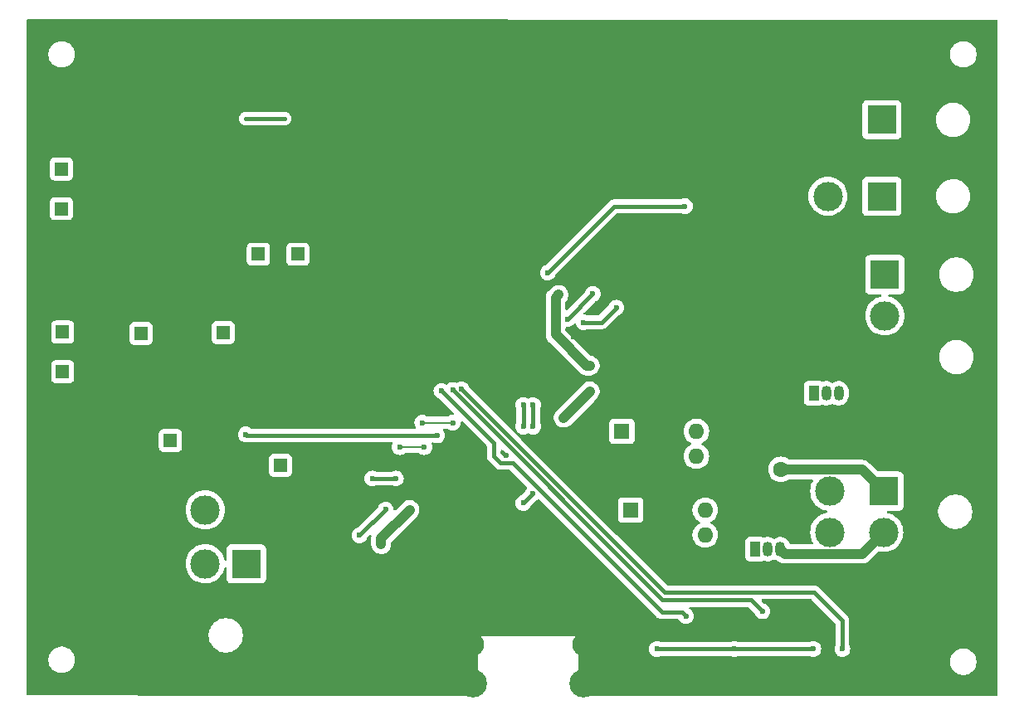
<source format=gbr>
%TF.GenerationSoftware,KiCad,Pcbnew,8.0.0*%
%TF.CreationDate,2024-03-30T18:18:10+01:00*%
%TF.ProjectId,MCU,4d43552e-6b69-4636-9164-5f7063625858,rev?*%
%TF.SameCoordinates,Original*%
%TF.FileFunction,Copper,L2,Bot*%
%TF.FilePolarity,Positive*%
%FSLAX46Y46*%
G04 Gerber Fmt 4.6, Leading zero omitted, Abs format (unit mm)*
G04 Created by KiCad (PCBNEW 8.0.0) date 2024-03-30 18:18:10*
%MOMM*%
%LPD*%
G01*
G04 APERTURE LIST*
%TA.AperFunction,ComponentPad*%
%ADD10R,3.000000X3.000000*%
%TD*%
%TA.AperFunction,ComponentPad*%
%ADD11C,3.000000*%
%TD*%
%TA.AperFunction,ComponentPad*%
%ADD12C,2.850000*%
%TD*%
%TA.AperFunction,ComponentPad*%
%ADD13C,2.280000*%
%TD*%
%TA.AperFunction,ComponentPad*%
%ADD14R,1.350000X1.350000*%
%TD*%
%TA.AperFunction,ComponentPad*%
%ADD15O,1.050000X1.500000*%
%TD*%
%TA.AperFunction,ComponentPad*%
%ADD16R,1.050000X1.500000*%
%TD*%
%TA.AperFunction,FiducialPad,Local*%
%ADD17C,3.000000*%
%TD*%
%TA.AperFunction,ComponentPad*%
%ADD18O,1.600000X1.600000*%
%TD*%
%TA.AperFunction,ComponentPad*%
%ADD19R,1.600000X1.600000*%
%TD*%
%TA.AperFunction,ViaPad*%
%ADD20C,0.600000*%
%TD*%
%TA.AperFunction,ViaPad*%
%ADD21C,1.600000*%
%TD*%
%TA.AperFunction,Conductor*%
%ADD22C,1.000000*%
%TD*%
%TA.AperFunction,Conductor*%
%ADD23C,0.400000*%
%TD*%
%TA.AperFunction,Conductor*%
%ADD24C,0.200000*%
%TD*%
%TA.AperFunction,Conductor*%
%ADD25C,0.500000*%
%TD*%
G04 APERTURE END LIST*
D10*
%TO.P,J3,1,Pin_1*%
%TO.N,/IO/CANH*%
X138987100Y-80684250D03*
D11*
%TO.P,J3,2,Pin_2*%
%TO.N,/IO/CANL*%
X138987100Y-84884250D03*
%TO.P,J3,3,Pin_3*%
%TO.N,GND*%
X138987100Y-89084250D03*
%TD*%
D10*
%TO.P,J4,1,Pin_1*%
%TO.N,N/C*%
X138678100Y-72684250D03*
D11*
%TO.P,J4,2,Pin_2*%
X133178100Y-72684250D03*
%TD*%
D12*
%TO.P,P1,A1,GND*%
%TO.N,GND*%
X96980000Y-122400000D03*
%TO.P,P1,A12,GND*%
X108220000Y-122400000D03*
D13*
X108220000Y-118400000D03*
%TO.P,P1,A1,GND*%
X96980000Y-118400000D03*
%TD*%
D14*
%TO.P,TP11,1,1*%
%TO.N,Net-(R11-Pad2)*%
X66100000Y-97600000D03*
%TD*%
%TO.P,TP9,1,1*%
%TO.N,Net-(R6-Pad2)*%
X71480000Y-86620000D03*
%TD*%
D11*
%TO.P,J1,2,Pin_2*%
%TO.N,GND*%
X133178100Y-64884250D03*
D10*
%TO.P,J1,1,Pin_1*%
%TO.N,/Power /Vin*%
X138678100Y-64884250D03*
%TD*%
D15*
%TO.P,Q2,3,C*%
%TO.N,/MOTOR_ON_OFF*%
X134290000Y-92800000D03*
%TO.P,Q2,2,B*%
%TO.N,Net-(Q2-B)*%
X133020000Y-92800000D03*
D16*
%TO.P,Q2,1,E*%
%TO.N,Net-(Q2-E)*%
X131750000Y-92800000D03*
%TD*%
D11*
%TO.P,J6,4,Pin_4*%
%TO.N,/IO/GND_MOTOR*%
X133378100Y-106984250D03*
%TO.P,J6,3,Pin_3*%
%TO.N,/MOTOR_ON_OFF*%
X133378100Y-102784250D03*
D17*
%TO.P,J6,2,Pin_2*%
%TO.N,/PWM_MOTOR*%
X138878100Y-106984250D03*
D10*
%TO.P,J6,1,Pin_1*%
%TO.N,/IO/5V_MOTOR*%
X138878100Y-102784250D03*
%TD*%
D18*
%TO.P,U6,4*%
%TO.N,Net-(Q1-B)*%
X120670000Y-104725000D03*
%TO.P,U6,3*%
%TO.N,Net-(Q1-E)*%
X120670000Y-107265000D03*
%TO.P,U6,2*%
%TO.N,GND*%
X113050000Y-107265000D03*
D19*
%TO.P,U6,1*%
%TO.N,Net-(R16-Pad2)*%
X113050000Y-104725000D03*
%TD*%
D14*
%TO.P,TP6,1,1*%
%TO.N,+3.3V*%
X75075000Y-78600000D03*
%TD*%
%TO.P,TP3,1,1*%
%TO.N,/VBUS*%
X55100000Y-86550000D03*
%TD*%
%TO.P,TP1,1,1*%
%TO.N,/Vreg*%
X55000000Y-69900000D03*
%TD*%
%TO.P,TP4,1,1*%
%TO.N,/VBUS*%
X55100000Y-90600000D03*
%TD*%
%TO.P,TP2,1,1*%
%TO.N,/Vreg*%
X55000000Y-73950000D03*
%TD*%
D18*
%TO.P,U7,4*%
%TO.N,Net-(Q2-B)*%
X119770000Y-96675000D03*
%TO.P,U7,3*%
%TO.N,Net-(Q2-E)*%
X119770000Y-99215000D03*
%TO.P,U7,2*%
%TO.N,GND*%
X112150000Y-99215000D03*
D19*
%TO.P,U7,1*%
%TO.N,Net-(R18-Pad2)*%
X112150000Y-96675000D03*
%TD*%
D14*
%TO.P,TP8,1,1*%
%TO.N,GND*%
X88400000Y-113700000D03*
%TD*%
%TO.P,TP7,1,1*%
%TO.N,GND*%
X84350000Y-113700000D03*
%TD*%
D15*
%TO.P,Q1,3,C*%
%TO.N,/PWM_MOTOR*%
X128320000Y-108710000D03*
%TO.P,Q1,2,B*%
%TO.N,Net-(Q1-B)*%
X127050000Y-108710000D03*
D16*
%TO.P,Q1,1,E*%
%TO.N,Net-(Q1-E)*%
X125780000Y-108710000D03*
%TD*%
D11*
%TO.P,J2,4*%
%TO.N,N/C*%
X69650000Y-104700000D03*
%TO.P,J2,3,Pin_3*%
%TO.N,GND*%
X73850000Y-104700000D03*
%TO.P,J2,2,Pin_2*%
%TO.N,/MCU/SPEED_OUTPUT*%
X69650000Y-110200000D03*
D10*
%TO.P,J2,1,Pin_1*%
%TO.N,Net-(J2-Pin_1)*%
X73850000Y-110200000D03*
%TD*%
D14*
%TO.P,TP10,1,1*%
%TO.N,Net-(R7-Pad1)*%
X63100000Y-86700000D03*
%TD*%
%TO.P,TP11,1,1*%
%TO.N,Net-(R11-Pad2)*%
X77350000Y-100150000D03*
%TD*%
%TO.P,TP5,1,1*%
%TO.N,+3.3V*%
X79125000Y-78600000D03*
%TD*%
D20*
%TO.N,unconnected-(U4-MTMS{slash}JTAG{slash}GPIO42-Pad48)*%
X118600000Y-73700000D03*
X104600000Y-80500000D03*
%TO.N,unconnected-(U4-GPIO9{slash}ADC1_CH8-Pad14)*%
X73800000Y-97000000D03*
X93300000Y-97100000D03*
D21*
%TO.N,GND*%
X53500000Y-80000000D03*
X58500000Y-55700000D03*
X53500000Y-61200000D03*
X102100000Y-57100000D03*
X85200000Y-81800000D03*
X71700000Y-80800000D03*
X74700000Y-90500000D03*
X80900000Y-104700000D03*
X79500000Y-114200000D03*
X106400000Y-108000000D03*
X99300000Y-104100000D03*
X129000000Y-85500000D03*
X134400000Y-76600000D03*
X132700000Y-61700000D03*
X140300000Y-56800000D03*
X140400000Y-61300000D03*
X149500000Y-67900000D03*
X142800000Y-79800000D03*
X149200000Y-85400000D03*
X144000000Y-93600000D03*
X148500000Y-102100000D03*
X143500000Y-107400000D03*
X144000000Y-116900000D03*
X143500000Y-122100000D03*
X52700000Y-117400000D03*
X56700000Y-122400000D03*
X64600000Y-121700000D03*
X64500000Y-102900000D03*
X54000000Y-107100000D03*
X129000000Y-81000000D03*
X65600000Y-59800000D03*
X78100000Y-59800000D03*
X83500000Y-92000000D03*
X67600000Y-59800000D03*
D20*
X99100000Y-88700000D03*
D21*
X92000000Y-118500000D03*
X90100000Y-59800000D03*
X88100000Y-59800000D03*
D20*
X107250000Y-87000000D03*
D21*
X128700000Y-57000000D03*
D20*
X101500000Y-87200000D03*
X99100000Y-87200000D03*
D21*
X116500000Y-102000000D03*
D20*
X102300000Y-76200000D03*
D21*
X87500000Y-92000000D03*
X113000000Y-116500000D03*
X130700000Y-57000000D03*
X113000000Y-120500000D03*
X69600000Y-59800000D03*
X55400000Y-95100000D03*
X136700000Y-57000000D03*
D20*
X111000000Y-80000000D03*
X102800000Y-88700000D03*
D21*
X92000000Y-122500000D03*
D20*
X104800000Y-73100000D03*
X97800000Y-107100000D03*
X100400000Y-99100000D03*
X96600000Y-82100000D03*
D21*
X71600000Y-59800000D03*
X129000000Y-79000000D03*
X91500000Y-92000000D03*
X116500000Y-104000000D03*
X116500000Y-106000000D03*
X116500000Y-100000000D03*
X126700000Y-57000000D03*
D20*
X122600000Y-115900000D03*
D21*
X92000000Y-120500000D03*
X75600000Y-59800000D03*
X116500000Y-96000000D03*
X85500000Y-92000000D03*
X116500000Y-98000000D03*
X81500000Y-92000000D03*
X82100000Y-59800000D03*
D20*
X99100000Y-90300000D03*
X138600000Y-115900000D03*
D21*
X92000000Y-114500000D03*
X113000000Y-114500000D03*
D20*
X101500000Y-88700000D03*
X102800000Y-87200000D03*
D21*
X89500000Y-92000000D03*
D20*
X100200000Y-88700000D03*
X102800000Y-90300000D03*
D21*
X73600000Y-59800000D03*
D20*
X100200000Y-87200000D03*
D21*
X129000000Y-77000000D03*
X113000000Y-122500000D03*
D20*
X101500000Y-90300000D03*
D21*
X92000000Y-116500000D03*
X86100000Y-59800000D03*
X129000000Y-75000000D03*
D20*
X66900000Y-88100000D03*
X100200000Y-90300000D03*
D21*
X109700000Y-72200000D03*
D20*
X126250000Y-89305000D03*
X130500000Y-115900000D03*
D21*
X63600000Y-59800000D03*
X84100000Y-59800000D03*
X80100000Y-59800000D03*
X89950000Y-79400000D03*
X106950000Y-97450000D03*
X114762000Y-65875000D03*
X124700000Y-57000000D03*
X132700000Y-57000000D03*
X113000000Y-118500000D03*
X113700000Y-72200000D03*
X116500000Y-108000000D03*
X134700000Y-57000000D03*
X111700000Y-72200000D03*
D20*
%TO.N,+3.3V*%
X108900000Y-89970000D03*
X90500000Y-104700000D03*
X123637500Y-118900000D03*
X87600000Y-108200000D03*
X123637500Y-118900000D03*
X106200000Y-95400000D03*
X131700000Y-118900000D03*
X115737500Y-118900000D03*
X105700000Y-82750000D03*
X108900000Y-92600000D03*
%TO.N,/MCU/RESET*%
X93750000Y-92550000D03*
X118700000Y-115550000D03*
%TO.N,/MCU/BOOT*%
X126500000Y-115050000D03*
X94900000Y-92450000D03*
%TO.N,/MCU/MCU_TEST*%
X134662500Y-118900000D03*
X95800000Y-92400000D03*
%TO.N,/IO/LED_CAN_STATUS*%
X106625000Y-85225000D03*
X109200000Y-82650000D03*
%TO.N,/IO/LED_MCU_STATUS*%
X111600000Y-84050000D03*
X108250000Y-85550000D03*
%TO.N,/MCU/USB_D-*%
X102100000Y-94000000D03*
X102100000Y-96200000D03*
%TO.N,/MCU/USB_D+*%
X103100000Y-96200000D03*
X103100000Y-103000000D03*
X103100000Y-94000000D03*
X102100000Y-104000000D03*
D21*
%TO.N,/IO/5V_MOTOR*%
X128400000Y-100550000D03*
D20*
%TO.N,/IO/I{slash}O_1_MCU*%
X91800000Y-95800000D03*
X94900000Y-95800000D03*
%TO.N,/IO/I{slash}O_2_MCU*%
X92000000Y-98300000D03*
X89500000Y-98300000D03*
%TO.N,/MCU/SPEED_OUTPUT*%
X88050000Y-104650000D03*
X85400000Y-107300000D03*
%TO.N,/IO/I{slash}O_3_MCU*%
X86700000Y-101500000D03*
X89100000Y-101500000D03*
%TD*%
D22*
%TO.N,+3.3V*%
X108570000Y-89970000D02*
X108900000Y-89970000D01*
X105400000Y-86800000D02*
X108570000Y-89970000D01*
X105700000Y-82750000D02*
X105400000Y-83050000D01*
X105400000Y-83050000D02*
X105400000Y-86800000D01*
D23*
%TO.N,/IO/LED_CAN_STATUS*%
X106625000Y-85225000D02*
X109200000Y-82650000D01*
%TO.N,unconnected-(U4-MTMS{slash}JTAG{slash}GPIO42-Pad48)*%
X111400000Y-73700000D02*
X118600000Y-73700000D01*
X104600000Y-80500000D02*
X111400000Y-73700000D01*
%TO.N,unconnected-(U4-GPIO9{slash}ADC1_CH8-Pad14)*%
X73900000Y-97100000D02*
X73800000Y-97000000D01*
X93300000Y-97100000D02*
X73900000Y-97100000D01*
D24*
%TO.N,/IO/I{slash}O_1_MCU*%
X94900000Y-95800000D02*
X91800000Y-95800000D01*
D23*
%TO.N,+3.3V*%
X131700000Y-118900000D02*
X123637500Y-118900000D01*
D22*
X87600000Y-107600000D02*
X87600000Y-108200000D01*
X90500000Y-104700000D02*
X87600000Y-107600000D01*
D25*
X106200000Y-95400000D02*
X106200000Y-95300000D01*
D22*
X106200000Y-95300000D02*
X108900000Y-92600000D01*
D23*
X123637500Y-118900000D02*
X115737500Y-118900000D01*
%TO.N,Net-(U2-FB)*%
X73800000Y-64750000D02*
X77750000Y-64750000D01*
%TO.N,/MCU/RESET*%
X118300000Y-115150000D02*
X118700000Y-115550000D01*
X99100000Y-97900000D02*
X99100000Y-99250000D01*
X99750000Y-99900000D02*
X101000000Y-99900000D01*
X101000000Y-99900000D02*
X116250000Y-115150000D01*
X99100000Y-99250000D02*
X99750000Y-99900000D01*
X116250000Y-115150000D02*
X118300000Y-115150000D01*
X93750000Y-92550000D02*
X99100000Y-97900000D01*
%TO.N,/MCU/BOOT*%
X116310050Y-113900000D02*
X125350000Y-113900000D01*
X125350000Y-113900000D02*
X126500000Y-115050000D01*
X94900000Y-92489950D02*
X116310050Y-113900000D01*
X94900000Y-92450000D02*
X94900000Y-92489950D01*
%TO.N,/MCU/MCU_TEST*%
X131750000Y-113100000D02*
X134662500Y-116012500D01*
X134662500Y-116012500D02*
X134662500Y-118900000D01*
X95800000Y-92400000D02*
X116500000Y-113100000D01*
X116500000Y-113100000D02*
X131750000Y-113100000D01*
D24*
%TO.N,/IO/LED_CAN_STATUS*%
X108400000Y-83452753D02*
X108400000Y-83450000D01*
D23*
%TO.N,/IO/LED_MCU_STATUS*%
X110100000Y-85550000D02*
X111600000Y-84050000D01*
X108250000Y-85550000D02*
X110100000Y-85550000D01*
%TO.N,/MCU/USB_D-*%
X102100000Y-96200000D02*
X102100000Y-94000000D01*
%TO.N,/MCU/USB_D+*%
X103100000Y-96200000D02*
X103100000Y-94000000D01*
X102100000Y-104000000D02*
X103100000Y-103000000D01*
D22*
%TO.N,/IO/5V_MOTOR*%
X138878100Y-102784250D02*
X136678100Y-100584250D01*
X128434250Y-100584250D02*
X128400000Y-100550000D01*
X136678100Y-100584250D02*
X128434250Y-100584250D01*
%TO.N,/PWM_MOTOR*%
X138878100Y-106984250D02*
X136678100Y-109184250D01*
X136678100Y-109184250D02*
X128794250Y-109184250D01*
X128794250Y-109184250D02*
X128320000Y-108710000D01*
D24*
%TO.N,/IO/I{slash}O_2_MCU*%
X92000000Y-98300000D02*
X89500000Y-98300000D01*
D23*
%TO.N,/MCU/SPEED_OUTPUT*%
X85400000Y-107300000D02*
X88050000Y-104650000D01*
%TO.N,/IO/I{slash}O_3_MCU*%
X89100000Y-101500000D02*
X86700000Y-101500000D01*
%TD*%
%TA.AperFunction,Conductor*%
%TO.N,GND*%
G36*
X100005703Y-98586756D02*
G01*
X100012181Y-98592788D01*
X100407212Y-98987819D01*
X100440697Y-99049142D01*
X100435713Y-99118834D01*
X100393841Y-99174767D01*
X100328377Y-99199184D01*
X100319531Y-99199500D01*
X100091519Y-99199500D01*
X100024480Y-99179815D01*
X100003838Y-99163181D01*
X99836819Y-98996162D01*
X99803334Y-98934839D01*
X99800500Y-98908481D01*
X99800500Y-98680469D01*
X99820185Y-98613430D01*
X99872989Y-98567675D01*
X99942147Y-98557731D01*
X100005703Y-98586756D01*
G37*
%TD.AperFunction*%
%TA.AperFunction,Conductor*%
G36*
X150375624Y-54699876D02*
G01*
X150442644Y-54719628D01*
X150488346Y-54772477D01*
X150499500Y-54823876D01*
X150499500Y-123575500D01*
X150479815Y-123642539D01*
X150427011Y-123688294D01*
X150375500Y-123699500D01*
X107824500Y-123699500D01*
X107757461Y-123679815D01*
X107711706Y-123627011D01*
X107700500Y-123575500D01*
X107700500Y-120306287D01*
X145649500Y-120306287D01*
X145682754Y-120516243D01*
X145745001Y-120707820D01*
X145748444Y-120718414D01*
X145844951Y-120907820D01*
X145969890Y-121079786D01*
X146120213Y-121230109D01*
X146292179Y-121355048D01*
X146292181Y-121355049D01*
X146292184Y-121355051D01*
X146481588Y-121451557D01*
X146683757Y-121517246D01*
X146893713Y-121550500D01*
X146893714Y-121550500D01*
X147106286Y-121550500D01*
X147106287Y-121550500D01*
X147316243Y-121517246D01*
X147518412Y-121451557D01*
X147707816Y-121355051D01*
X147729789Y-121339086D01*
X147879786Y-121230109D01*
X147879788Y-121230106D01*
X147879792Y-121230104D01*
X148030104Y-121079792D01*
X148030106Y-121079788D01*
X148030109Y-121079786D01*
X148155048Y-120907820D01*
X148155047Y-120907820D01*
X148155051Y-120907816D01*
X148251557Y-120718412D01*
X148317246Y-120516243D01*
X148350500Y-120306287D01*
X148350500Y-120093713D01*
X148317246Y-119883757D01*
X148251557Y-119681588D01*
X148155051Y-119492184D01*
X148155049Y-119492181D01*
X148155048Y-119492179D01*
X148030109Y-119320213D01*
X147879786Y-119169890D01*
X147707820Y-119044951D01*
X147518414Y-118948444D01*
X147518413Y-118948443D01*
X147518412Y-118948443D01*
X147316243Y-118882754D01*
X147316241Y-118882753D01*
X147316240Y-118882753D01*
X147154957Y-118857208D01*
X147106287Y-118849500D01*
X146893713Y-118849500D01*
X146845042Y-118857208D01*
X146683760Y-118882753D01*
X146481585Y-118948444D01*
X146292179Y-119044951D01*
X146120213Y-119169890D01*
X145969890Y-119320213D01*
X145844951Y-119492179D01*
X145748444Y-119681585D01*
X145682753Y-119883760D01*
X145681177Y-119893713D01*
X145649500Y-120093713D01*
X145649500Y-120306287D01*
X107700500Y-120306287D01*
X107700500Y-118900003D01*
X114931935Y-118900003D01*
X114952130Y-119079249D01*
X114952131Y-119079254D01*
X115011711Y-119249523D01*
X115038514Y-119292179D01*
X115107684Y-119402262D01*
X115235238Y-119529816D01*
X115325580Y-119586582D01*
X115387974Y-119625787D01*
X115387978Y-119625789D01*
X115547434Y-119681585D01*
X115558245Y-119685368D01*
X115558250Y-119685369D01*
X115737496Y-119705565D01*
X115737500Y-119705565D01*
X115737504Y-119705565D01*
X115916749Y-119685369D01*
X115916752Y-119685368D01*
X115916755Y-119685368D01*
X116087022Y-119625789D01*
X116087988Y-119625181D01*
X116097023Y-119619506D01*
X116162994Y-119600500D01*
X123212006Y-119600500D01*
X123277977Y-119619506D01*
X123287974Y-119625787D01*
X123287975Y-119625787D01*
X123287978Y-119625789D01*
X123447434Y-119681585D01*
X123458245Y-119685368D01*
X123458250Y-119685369D01*
X123637496Y-119705565D01*
X123637500Y-119705565D01*
X123637504Y-119705565D01*
X123816749Y-119685369D01*
X123816752Y-119685368D01*
X123816755Y-119685368D01*
X123987022Y-119625789D01*
X123987988Y-119625181D01*
X123997023Y-119619506D01*
X124062994Y-119600500D01*
X131274506Y-119600500D01*
X131340477Y-119619506D01*
X131350474Y-119625787D01*
X131350475Y-119625787D01*
X131350478Y-119625789D01*
X131509934Y-119681585D01*
X131520745Y-119685368D01*
X131520750Y-119685369D01*
X131699996Y-119705565D01*
X131700000Y-119705565D01*
X131700004Y-119705565D01*
X131879249Y-119685369D01*
X131879252Y-119685368D01*
X131879255Y-119685368D01*
X132049522Y-119625789D01*
X132202262Y-119529816D01*
X132329816Y-119402262D01*
X132425789Y-119249522D01*
X132485368Y-119079255D01*
X132485369Y-119079249D01*
X132505565Y-118900003D01*
X132505565Y-118899996D01*
X132485369Y-118720750D01*
X132485368Y-118720745D01*
X132425788Y-118550476D01*
X132329815Y-118397737D01*
X132202262Y-118270184D01*
X132049523Y-118174211D01*
X131879254Y-118114631D01*
X131879249Y-118114630D01*
X131700004Y-118094435D01*
X131699996Y-118094435D01*
X131520750Y-118114630D01*
X131520745Y-118114631D01*
X131350474Y-118174212D01*
X131340477Y-118180494D01*
X131274506Y-118199500D01*
X124062994Y-118199500D01*
X123997023Y-118180494D01*
X123987025Y-118174212D01*
X123816754Y-118114631D01*
X123816749Y-118114630D01*
X123637504Y-118094435D01*
X123637496Y-118094435D01*
X123458250Y-118114630D01*
X123458245Y-118114631D01*
X123287974Y-118174212D01*
X123277977Y-118180494D01*
X123212006Y-118199500D01*
X116162994Y-118199500D01*
X116097023Y-118180494D01*
X116087025Y-118174212D01*
X115916754Y-118114631D01*
X115916749Y-118114630D01*
X115737504Y-118094435D01*
X115737496Y-118094435D01*
X115558250Y-118114630D01*
X115558245Y-118114631D01*
X115387976Y-118174211D01*
X115235237Y-118270184D01*
X115107684Y-118397737D01*
X115011711Y-118550476D01*
X114952131Y-118720745D01*
X114952130Y-118720750D01*
X114931935Y-118899996D01*
X114931935Y-118900003D01*
X107700500Y-118900003D01*
X107700500Y-118034110D01*
X107700500Y-118034108D01*
X107666392Y-117906814D01*
X107600500Y-117792686D01*
X107507314Y-117699500D01*
X107450250Y-117666554D01*
X107393187Y-117633608D01*
X107322773Y-117614741D01*
X107265892Y-117599500D01*
X98065892Y-117599500D01*
X97934108Y-117599500D01*
X97806812Y-117633608D01*
X97692686Y-117699500D01*
X97692683Y-117699502D01*
X97599502Y-117792683D01*
X97599500Y-117792686D01*
X97533608Y-117906812D01*
X97499500Y-118034108D01*
X97499500Y-123575500D01*
X97479815Y-123642539D01*
X97427011Y-123688294D01*
X97375500Y-123699500D01*
X74301403Y-123699500D01*
X74300873Y-123699499D01*
X51523970Y-123602161D01*
X51457015Y-123582190D01*
X51411487Y-123529191D01*
X51400500Y-123478162D01*
X51400500Y-120106287D01*
X53649500Y-120106287D01*
X53682754Y-120316243D01*
X53747738Y-120516243D01*
X53748444Y-120518414D01*
X53844951Y-120707820D01*
X53969890Y-120879786D01*
X54120213Y-121030109D01*
X54292179Y-121155048D01*
X54292181Y-121155049D01*
X54292184Y-121155051D01*
X54481588Y-121251557D01*
X54683757Y-121317246D01*
X54893713Y-121350500D01*
X54893714Y-121350500D01*
X55106286Y-121350500D01*
X55106287Y-121350500D01*
X55316243Y-121317246D01*
X55518412Y-121251557D01*
X55707816Y-121155051D01*
X55811402Y-121079792D01*
X55879786Y-121030109D01*
X55879788Y-121030106D01*
X55879792Y-121030104D01*
X56030104Y-120879792D01*
X56030106Y-120879788D01*
X56030109Y-120879786D01*
X56155048Y-120707820D01*
X56155047Y-120707820D01*
X56155051Y-120707816D01*
X56251557Y-120518412D01*
X56317246Y-120316243D01*
X56350500Y-120106287D01*
X56350500Y-119893713D01*
X56317246Y-119683757D01*
X56251557Y-119481588D01*
X56155051Y-119292184D01*
X56155049Y-119292181D01*
X56155048Y-119292179D01*
X56030109Y-119120213D01*
X55879786Y-118969890D01*
X55707820Y-118844951D01*
X55518414Y-118748444D01*
X55518413Y-118748443D01*
X55518412Y-118748443D01*
X55316243Y-118682754D01*
X55316241Y-118682753D01*
X55316240Y-118682753D01*
X55151499Y-118656661D01*
X55106287Y-118649500D01*
X54893713Y-118649500D01*
X54848501Y-118656661D01*
X54683760Y-118682753D01*
X54481585Y-118748444D01*
X54292179Y-118844951D01*
X54120213Y-118969890D01*
X53969890Y-119120213D01*
X53844951Y-119292179D01*
X53748444Y-119481585D01*
X53682753Y-119683760D01*
X53651077Y-119883757D01*
X53649500Y-119893713D01*
X53649500Y-120106287D01*
X51400500Y-120106287D01*
X51400500Y-117614741D01*
X69999500Y-117614741D01*
X70010660Y-117699502D01*
X70029452Y-117842238D01*
X70046755Y-117906814D01*
X70088842Y-118063887D01*
X70176650Y-118275876D01*
X70176657Y-118275890D01*
X70291392Y-118474617D01*
X70431081Y-118656661D01*
X70431089Y-118656670D01*
X70593330Y-118818911D01*
X70593338Y-118818918D01*
X70775382Y-118958607D01*
X70775385Y-118958608D01*
X70775388Y-118958611D01*
X70974112Y-119073344D01*
X70974117Y-119073346D01*
X70974123Y-119073349D01*
X71065480Y-119111190D01*
X71186113Y-119161158D01*
X71407762Y-119220548D01*
X71635266Y-119250500D01*
X71635273Y-119250500D01*
X71864727Y-119250500D01*
X71864734Y-119250500D01*
X72092238Y-119220548D01*
X72313887Y-119161158D01*
X72525888Y-119073344D01*
X72724612Y-118958611D01*
X72906661Y-118818919D01*
X72906665Y-118818914D01*
X72906670Y-118818911D01*
X73068911Y-118656670D01*
X73068914Y-118656665D01*
X73068919Y-118656661D01*
X73208611Y-118474612D01*
X73323344Y-118275888D01*
X73411158Y-118063887D01*
X73470548Y-117842238D01*
X73500500Y-117614734D01*
X73500500Y-117385266D01*
X73470548Y-117157762D01*
X73411158Y-116936113D01*
X73323344Y-116724112D01*
X73208611Y-116525388D01*
X73208608Y-116525385D01*
X73208607Y-116525382D01*
X73068918Y-116343338D01*
X73068911Y-116343330D01*
X72906670Y-116181089D01*
X72906661Y-116181081D01*
X72724617Y-116041392D01*
X72525890Y-115926657D01*
X72525876Y-115926650D01*
X72313887Y-115838842D01*
X72300922Y-115835368D01*
X72092238Y-115779452D01*
X72054215Y-115774446D01*
X71864741Y-115749500D01*
X71864734Y-115749500D01*
X71635266Y-115749500D01*
X71635258Y-115749500D01*
X71418715Y-115778009D01*
X71407762Y-115779452D01*
X71314076Y-115804554D01*
X71186112Y-115838842D01*
X70974123Y-115926650D01*
X70974109Y-115926657D01*
X70775382Y-116041392D01*
X70593338Y-116181081D01*
X70431081Y-116343338D01*
X70291392Y-116525382D01*
X70176657Y-116724109D01*
X70176650Y-116724123D01*
X70088842Y-116936112D01*
X70029453Y-117157759D01*
X70029451Y-117157770D01*
X69999500Y-117385258D01*
X69999500Y-117614741D01*
X51400500Y-117614741D01*
X51400500Y-110200001D01*
X67644390Y-110200001D01*
X67664804Y-110485433D01*
X67725628Y-110765037D01*
X67825635Y-111033166D01*
X67962770Y-111284309D01*
X67962775Y-111284317D01*
X68134254Y-111513387D01*
X68134270Y-111513405D01*
X68336594Y-111715729D01*
X68336612Y-111715745D01*
X68565682Y-111887224D01*
X68565690Y-111887229D01*
X68816833Y-112024364D01*
X68816832Y-112024364D01*
X68816836Y-112024365D01*
X68816839Y-112024367D01*
X69084954Y-112124369D01*
X69084960Y-112124370D01*
X69084962Y-112124371D01*
X69364566Y-112185195D01*
X69364568Y-112185195D01*
X69364572Y-112185196D01*
X69618220Y-112203337D01*
X69649999Y-112205610D01*
X69650000Y-112205610D01*
X69650001Y-112205610D01*
X69678595Y-112203564D01*
X69935428Y-112185196D01*
X70125742Y-112143796D01*
X70215037Y-112124371D01*
X70215037Y-112124370D01*
X70215046Y-112124369D01*
X70483161Y-112024367D01*
X70734315Y-111887226D01*
X70963395Y-111715739D01*
X71165739Y-111513395D01*
X71337226Y-111284315D01*
X71474367Y-111033161D01*
X71574369Y-110765046D01*
X71604334Y-110627299D01*
X71637818Y-110565975D01*
X71699141Y-110532490D01*
X71768833Y-110537474D01*
X71824767Y-110579345D01*
X71849184Y-110644809D01*
X71849500Y-110653656D01*
X71849500Y-111747870D01*
X71849501Y-111747876D01*
X71855908Y-111807483D01*
X71906202Y-111942328D01*
X71906206Y-111942335D01*
X71992452Y-112057544D01*
X71992455Y-112057547D01*
X72107664Y-112143793D01*
X72107671Y-112143797D01*
X72242517Y-112194091D01*
X72242516Y-112194091D01*
X72249444Y-112194835D01*
X72302127Y-112200500D01*
X75397872Y-112200499D01*
X75457483Y-112194091D01*
X75592331Y-112143796D01*
X75707546Y-112057546D01*
X75793796Y-111942331D01*
X75844091Y-111807483D01*
X75850500Y-111747873D01*
X75850499Y-108652128D01*
X75844091Y-108592517D01*
X75835867Y-108570468D01*
X75793797Y-108457671D01*
X75793793Y-108457664D01*
X75707547Y-108342455D01*
X75707544Y-108342452D01*
X75592335Y-108256206D01*
X75592328Y-108256202D01*
X75457482Y-108205908D01*
X75457483Y-108205908D01*
X75397883Y-108199501D01*
X75397881Y-108199500D01*
X75397873Y-108199500D01*
X75397864Y-108199500D01*
X72302129Y-108199500D01*
X72302123Y-108199501D01*
X72242516Y-108205908D01*
X72107671Y-108256202D01*
X72107664Y-108256206D01*
X71992455Y-108342452D01*
X71992452Y-108342455D01*
X71906206Y-108457664D01*
X71906202Y-108457671D01*
X71855908Y-108592517D01*
X71849501Y-108652116D01*
X71849501Y-108652123D01*
X71849500Y-108652135D01*
X71849500Y-109746342D01*
X71829815Y-109813381D01*
X71777011Y-109859136D01*
X71707853Y-109869080D01*
X71644297Y-109840055D01*
X71606523Y-109781277D01*
X71604334Y-109772700D01*
X71574371Y-109634962D01*
X71574370Y-109634960D01*
X71574369Y-109634954D01*
X71474367Y-109366839D01*
X71362544Y-109162052D01*
X71337229Y-109115690D01*
X71337224Y-109115682D01*
X71165745Y-108886612D01*
X71165729Y-108886594D01*
X70963405Y-108684270D01*
X70963387Y-108684254D01*
X70734317Y-108512775D01*
X70734309Y-108512770D01*
X70483166Y-108375635D01*
X70483167Y-108375635D01*
X70276475Y-108298543D01*
X70215046Y-108275631D01*
X70215043Y-108275630D01*
X70215037Y-108275628D01*
X69935433Y-108214804D01*
X69650001Y-108194390D01*
X69649999Y-108194390D01*
X69364566Y-108214804D01*
X69084962Y-108275628D01*
X68816833Y-108375635D01*
X68565690Y-108512770D01*
X68565682Y-108512775D01*
X68336612Y-108684254D01*
X68336594Y-108684270D01*
X68134270Y-108886594D01*
X68134254Y-108886612D01*
X67962775Y-109115682D01*
X67962770Y-109115690D01*
X67825635Y-109366833D01*
X67725628Y-109634962D01*
X67664804Y-109914566D01*
X67644390Y-110199998D01*
X67644390Y-110200001D01*
X51400500Y-110200001D01*
X51400500Y-107300003D01*
X84594435Y-107300003D01*
X84614630Y-107479249D01*
X84614631Y-107479254D01*
X84674211Y-107649523D01*
X84717032Y-107717671D01*
X84770184Y-107802262D01*
X84897738Y-107929816D01*
X84974583Y-107978101D01*
X85007434Y-107998743D01*
X85050478Y-108025789D01*
X85220745Y-108085368D01*
X85220750Y-108085369D01*
X85399996Y-108105565D01*
X85400000Y-108105565D01*
X85400004Y-108105565D01*
X85579249Y-108085369D01*
X85579252Y-108085368D01*
X85579255Y-108085368D01*
X85749522Y-108025789D01*
X85902262Y-107929816D01*
X86029816Y-107802262D01*
X86125789Y-107649522D01*
X86162007Y-107546013D01*
X86191365Y-107499290D01*
X86412335Y-107278320D01*
X86473656Y-107244837D01*
X86543348Y-107249821D01*
X86599281Y-107291693D01*
X86623698Y-107357157D01*
X86621631Y-107390194D01*
X86599500Y-107501454D01*
X86599500Y-107501459D01*
X86599500Y-108298541D01*
X86599500Y-108298543D01*
X86599499Y-108298543D01*
X86637947Y-108491829D01*
X86637950Y-108491839D01*
X86713364Y-108673907D01*
X86713371Y-108673920D01*
X86822860Y-108837781D01*
X86822863Y-108837785D01*
X86962214Y-108977136D01*
X86962218Y-108977139D01*
X87126079Y-109086628D01*
X87126092Y-109086635D01*
X87308160Y-109162049D01*
X87308165Y-109162051D01*
X87308169Y-109162051D01*
X87308170Y-109162052D01*
X87501456Y-109200500D01*
X87501459Y-109200500D01*
X87698543Y-109200500D01*
X87828582Y-109174632D01*
X87891835Y-109162051D01*
X88073914Y-109086632D01*
X88237782Y-108977139D01*
X88377139Y-108837782D01*
X88486632Y-108673914D01*
X88562051Y-108491835D01*
X88591765Y-108342454D01*
X88600500Y-108298543D01*
X88600500Y-108065782D01*
X88620185Y-107998743D01*
X88636819Y-107978101D01*
X89944737Y-106670184D01*
X91277139Y-105337782D01*
X91386631Y-105173915D01*
X91462051Y-104991836D01*
X91500500Y-104798541D01*
X91500500Y-104601460D01*
X91500500Y-104601457D01*
X91500499Y-104601455D01*
X91462051Y-104408165D01*
X91386631Y-104226086D01*
X91386630Y-104226085D01*
X91386627Y-104226079D01*
X91277139Y-104062219D01*
X91277136Y-104062215D01*
X91137784Y-103922863D01*
X91137780Y-103922860D01*
X90973920Y-103813372D01*
X90973911Y-103813367D01*
X90791835Y-103737949D01*
X90791827Y-103737947D01*
X90598543Y-103699500D01*
X90598540Y-103699500D01*
X90401459Y-103699500D01*
X90401456Y-103699500D01*
X90208171Y-103737947D01*
X90208163Y-103737949D01*
X90026087Y-103813367D01*
X90026078Y-103813372D01*
X89862218Y-103922860D01*
X89862214Y-103922863D01*
X89065941Y-104719137D01*
X89004618Y-104752622D01*
X88934926Y-104747638D01*
X88878993Y-104705766D01*
X88855040Y-104645339D01*
X88835369Y-104470750D01*
X88835368Y-104470745D01*
X88812007Y-104403984D01*
X88775789Y-104300478D01*
X88775475Y-104299979D01*
X88699619Y-104179254D01*
X88679816Y-104147738D01*
X88552262Y-104020184D01*
X88520144Y-104000003D01*
X88399523Y-103924211D01*
X88229254Y-103864631D01*
X88229249Y-103864630D01*
X88050004Y-103844435D01*
X88049996Y-103844435D01*
X87870750Y-103864630D01*
X87870745Y-103864631D01*
X87700476Y-103924211D01*
X87547737Y-104020184D01*
X87420184Y-104147737D01*
X87324212Y-104300475D01*
X87324211Y-104300476D01*
X87287992Y-104403984D01*
X87258632Y-104450709D01*
X85200709Y-106508632D01*
X85153984Y-106537992D01*
X85050476Y-106574211D01*
X85050475Y-106574212D01*
X84897737Y-106670184D01*
X84770184Y-106797737D01*
X84674211Y-106950476D01*
X84614631Y-107120745D01*
X84614630Y-107120750D01*
X84594435Y-107299996D01*
X84594435Y-107300003D01*
X51400500Y-107300003D01*
X51400500Y-104700001D01*
X67644390Y-104700001D01*
X67664804Y-104985433D01*
X67725628Y-105265037D01*
X67725630Y-105265043D01*
X67725631Y-105265046D01*
X67760776Y-105359273D01*
X67825635Y-105533166D01*
X67962770Y-105784309D01*
X67962775Y-105784317D01*
X68134254Y-106013387D01*
X68134270Y-106013405D01*
X68336594Y-106215729D01*
X68336612Y-106215745D01*
X68565682Y-106387224D01*
X68565690Y-106387229D01*
X68816833Y-106524364D01*
X68816832Y-106524364D01*
X68816836Y-106524365D01*
X68816839Y-106524367D01*
X69084954Y-106624369D01*
X69084960Y-106624370D01*
X69084962Y-106624371D01*
X69364566Y-106685195D01*
X69364568Y-106685195D01*
X69364572Y-106685196D01*
X69618220Y-106703337D01*
X69649999Y-106705610D01*
X69650000Y-106705610D01*
X69650001Y-106705610D01*
X69678595Y-106703564D01*
X69935428Y-106685196D01*
X70004438Y-106670184D01*
X70215037Y-106624371D01*
X70215037Y-106624370D01*
X70215046Y-106624369D01*
X70483161Y-106524367D01*
X70734315Y-106387226D01*
X70963395Y-106215739D01*
X71165739Y-106013395D01*
X71337226Y-105784315D01*
X71474367Y-105533161D01*
X71574369Y-105265046D01*
X71594719Y-105171497D01*
X71635195Y-104985433D01*
X71635195Y-104985432D01*
X71635196Y-104985428D01*
X71655610Y-104700000D01*
X71635196Y-104414572D01*
X71633802Y-104408165D01*
X71574371Y-104134962D01*
X71574370Y-104134960D01*
X71574369Y-104134954D01*
X71474367Y-103866839D01*
X71473161Y-103864631D01*
X71337229Y-103615690D01*
X71337224Y-103615682D01*
X71165745Y-103386612D01*
X71165729Y-103386594D01*
X70963405Y-103184270D01*
X70963387Y-103184254D01*
X70734317Y-103012775D01*
X70734309Y-103012770D01*
X70483166Y-102875635D01*
X70483167Y-102875635D01*
X70375915Y-102835632D01*
X70215046Y-102775631D01*
X70215043Y-102775630D01*
X70215037Y-102775628D01*
X69935433Y-102714804D01*
X69650001Y-102694390D01*
X69649999Y-102694390D01*
X69364566Y-102714804D01*
X69084962Y-102775628D01*
X68816833Y-102875635D01*
X68565690Y-103012770D01*
X68565682Y-103012775D01*
X68336612Y-103184254D01*
X68336594Y-103184270D01*
X68134270Y-103386594D01*
X68134254Y-103386612D01*
X67962775Y-103615682D01*
X67962770Y-103615690D01*
X67825635Y-103866833D01*
X67725628Y-104134962D01*
X67664804Y-104414566D01*
X67644390Y-104699998D01*
X67644390Y-104700001D01*
X51400500Y-104700001D01*
X51400500Y-101500003D01*
X85894435Y-101500003D01*
X85914630Y-101679249D01*
X85914631Y-101679254D01*
X85974211Y-101849523D01*
X85977947Y-101855468D01*
X86070184Y-102002262D01*
X86197738Y-102129816D01*
X86249517Y-102162351D01*
X86350474Y-102225787D01*
X86350478Y-102225789D01*
X86419761Y-102250032D01*
X86520745Y-102285368D01*
X86520750Y-102285369D01*
X86699996Y-102305565D01*
X86700000Y-102305565D01*
X86700004Y-102305565D01*
X86879249Y-102285369D01*
X86879252Y-102285368D01*
X86879255Y-102285368D01*
X87049522Y-102225789D01*
X87052888Y-102223674D01*
X87059523Y-102219506D01*
X87125494Y-102200500D01*
X88674506Y-102200500D01*
X88740477Y-102219506D01*
X88750474Y-102225787D01*
X88750475Y-102225787D01*
X88750478Y-102225789D01*
X88920745Y-102285368D01*
X88920750Y-102285369D01*
X89099996Y-102305565D01*
X89100000Y-102305565D01*
X89100004Y-102305565D01*
X89279249Y-102285369D01*
X89279252Y-102285368D01*
X89279255Y-102285368D01*
X89449522Y-102225789D01*
X89602262Y-102129816D01*
X89729816Y-102002262D01*
X89825789Y-101849522D01*
X89885368Y-101679255D01*
X89887849Y-101657239D01*
X89905565Y-101500003D01*
X89905565Y-101499996D01*
X89885369Y-101320750D01*
X89885368Y-101320745D01*
X89834988Y-101176767D01*
X89825789Y-101150478D01*
X89729816Y-100997738D01*
X89602262Y-100870184D01*
X89449523Y-100774211D01*
X89279254Y-100714631D01*
X89279249Y-100714630D01*
X89100004Y-100694435D01*
X89099996Y-100694435D01*
X88920750Y-100714630D01*
X88920745Y-100714631D01*
X88750474Y-100774212D01*
X88740477Y-100780494D01*
X88674506Y-100799500D01*
X87125494Y-100799500D01*
X87059523Y-100780494D01*
X87049525Y-100774212D01*
X86879254Y-100714631D01*
X86879249Y-100714630D01*
X86700004Y-100694435D01*
X86699996Y-100694435D01*
X86520750Y-100714630D01*
X86520745Y-100714631D01*
X86350476Y-100774211D01*
X86197737Y-100870184D01*
X86070184Y-100997737D01*
X85974211Y-101150476D01*
X85914631Y-101320745D01*
X85914630Y-101320750D01*
X85894435Y-101499996D01*
X85894435Y-101500003D01*
X51400500Y-101500003D01*
X51400500Y-100872870D01*
X76174500Y-100872870D01*
X76174501Y-100872876D01*
X76180908Y-100932483D01*
X76231202Y-101067328D01*
X76231206Y-101067335D01*
X76317452Y-101182544D01*
X76317455Y-101182547D01*
X76432664Y-101268793D01*
X76432671Y-101268797D01*
X76567517Y-101319091D01*
X76567516Y-101319091D01*
X76574444Y-101319835D01*
X76627127Y-101325500D01*
X78072872Y-101325499D01*
X78132483Y-101319091D01*
X78267331Y-101268796D01*
X78382546Y-101182546D01*
X78468796Y-101067331D01*
X78519091Y-100932483D01*
X78525500Y-100872873D01*
X78525499Y-99427128D01*
X78519091Y-99367517D01*
X78502583Y-99323258D01*
X78468797Y-99232671D01*
X78468793Y-99232664D01*
X78382547Y-99117455D01*
X78382544Y-99117452D01*
X78267335Y-99031206D01*
X78267328Y-99031202D01*
X78132482Y-98980908D01*
X78132483Y-98980908D01*
X78072883Y-98974501D01*
X78072881Y-98974500D01*
X78072873Y-98974500D01*
X78072864Y-98974500D01*
X76627129Y-98974500D01*
X76627123Y-98974501D01*
X76567516Y-98980908D01*
X76432671Y-99031202D01*
X76432664Y-99031206D01*
X76317455Y-99117452D01*
X76317452Y-99117455D01*
X76231206Y-99232664D01*
X76231202Y-99232671D01*
X76180908Y-99367517D01*
X76175327Y-99419431D01*
X76174501Y-99427123D01*
X76174500Y-99427135D01*
X76174500Y-100872870D01*
X51400500Y-100872870D01*
X51400500Y-98322870D01*
X64924500Y-98322870D01*
X64924501Y-98322876D01*
X64930908Y-98382483D01*
X64981202Y-98517328D01*
X64981206Y-98517335D01*
X65067452Y-98632544D01*
X65067455Y-98632547D01*
X65182664Y-98718793D01*
X65182671Y-98718797D01*
X65317517Y-98769091D01*
X65317516Y-98769091D01*
X65324444Y-98769835D01*
X65377127Y-98775500D01*
X66822872Y-98775499D01*
X66882483Y-98769091D01*
X67017331Y-98718796D01*
X67132546Y-98632546D01*
X67218796Y-98517331D01*
X67269091Y-98382483D01*
X67275500Y-98322873D01*
X67275499Y-97000003D01*
X72994435Y-97000003D01*
X73014630Y-97179249D01*
X73014631Y-97179254D01*
X73074211Y-97349523D01*
X73137045Y-97449522D01*
X73170184Y-97502262D01*
X73297738Y-97629816D01*
X73369723Y-97675047D01*
X73437023Y-97717335D01*
X73450478Y-97725789D01*
X73461984Y-97729815D01*
X73620745Y-97785368D01*
X73620750Y-97785369D01*
X73799996Y-97805565D01*
X73800000Y-97805565D01*
X73800002Y-97805565D01*
X73838031Y-97801280D01*
X73851915Y-97800500D01*
X88651928Y-97800500D01*
X88718967Y-97820185D01*
X88764722Y-97872989D01*
X88774666Y-97942147D01*
X88768970Y-97965454D01*
X88714632Y-98120742D01*
X88714630Y-98120750D01*
X88694435Y-98299996D01*
X88694435Y-98300003D01*
X88714630Y-98479249D01*
X88714631Y-98479254D01*
X88774211Y-98649523D01*
X88817739Y-98718797D01*
X88870184Y-98802262D01*
X88997738Y-98929816D01*
X89150478Y-99025789D01*
X89320745Y-99085368D01*
X89320750Y-99085369D01*
X89499996Y-99105565D01*
X89500000Y-99105565D01*
X89500004Y-99105565D01*
X89679249Y-99085369D01*
X89679252Y-99085368D01*
X89679255Y-99085368D01*
X89849522Y-99025789D01*
X90002262Y-98929816D01*
X90002267Y-98929810D01*
X90005097Y-98927555D01*
X90007275Y-98926665D01*
X90008158Y-98926111D01*
X90008255Y-98926265D01*
X90069783Y-98901145D01*
X90082412Y-98900500D01*
X91417588Y-98900500D01*
X91484627Y-98920185D01*
X91494903Y-98927555D01*
X91497736Y-98929814D01*
X91497738Y-98929816D01*
X91650478Y-99025789D01*
X91820745Y-99085368D01*
X91820750Y-99085369D01*
X91999996Y-99105565D01*
X92000000Y-99105565D01*
X92000004Y-99105565D01*
X92179249Y-99085369D01*
X92179252Y-99085368D01*
X92179255Y-99085368D01*
X92349522Y-99025789D01*
X92502262Y-98929816D01*
X92629816Y-98802262D01*
X92725789Y-98649522D01*
X92785368Y-98479255D01*
X92785369Y-98479249D01*
X92805565Y-98300003D01*
X92805565Y-98299996D01*
X92785369Y-98120750D01*
X92785367Y-98120742D01*
X92731030Y-97965454D01*
X92727469Y-97895676D01*
X92762198Y-97835048D01*
X92824191Y-97802821D01*
X92848072Y-97800500D01*
X92874506Y-97800500D01*
X92940477Y-97819506D01*
X92950474Y-97825787D01*
X92950475Y-97825787D01*
X92950478Y-97825789D01*
X93101949Y-97878791D01*
X93120745Y-97885368D01*
X93120750Y-97885369D01*
X93299996Y-97905565D01*
X93300000Y-97905565D01*
X93300004Y-97905565D01*
X93479249Y-97885369D01*
X93479252Y-97885368D01*
X93479255Y-97885368D01*
X93649522Y-97825789D01*
X93802262Y-97729816D01*
X93929816Y-97602262D01*
X94025789Y-97449522D01*
X94085368Y-97279255D01*
X94085369Y-97279249D01*
X94105565Y-97100003D01*
X94105565Y-97099996D01*
X94085369Y-96920750D01*
X94085368Y-96920745D01*
X94070104Y-96877123D01*
X94025789Y-96750478D01*
X93929816Y-96597738D01*
X93929815Y-96597737D01*
X93926111Y-96591842D01*
X93928409Y-96590397D01*
X93906659Y-96537151D01*
X93919401Y-96468453D01*
X93967261Y-96417550D01*
X94030012Y-96400500D01*
X94317588Y-96400500D01*
X94384627Y-96420185D01*
X94394903Y-96427555D01*
X94397736Y-96429814D01*
X94397738Y-96429816D01*
X94550478Y-96525789D01*
X94618306Y-96549523D01*
X94720745Y-96585368D01*
X94720750Y-96585369D01*
X94899996Y-96605565D01*
X94900000Y-96605565D01*
X94900004Y-96605565D01*
X95079249Y-96585369D01*
X95079252Y-96585368D01*
X95079255Y-96585368D01*
X95249522Y-96525789D01*
X95402262Y-96429816D01*
X95529816Y-96302262D01*
X95625789Y-96149522D01*
X95685368Y-95979255D01*
X95690041Y-95937780D01*
X95705565Y-95800003D01*
X95705565Y-95795584D01*
X95725250Y-95728545D01*
X95778054Y-95682790D01*
X95847212Y-95672846D01*
X95910768Y-95701871D01*
X95917246Y-95707903D01*
X98363181Y-98153838D01*
X98396666Y-98215161D01*
X98399500Y-98241519D01*
X98399500Y-99181006D01*
X98399500Y-99318994D01*
X98399500Y-99318996D01*
X98399499Y-99318996D01*
X98426418Y-99454322D01*
X98426421Y-99454332D01*
X98479222Y-99581807D01*
X98555887Y-99696545D01*
X99303454Y-100444112D01*
X99418192Y-100520777D01*
X99545667Y-100573578D01*
X99545672Y-100573580D01*
X99545676Y-100573580D01*
X99545677Y-100573581D01*
X99681003Y-100600500D01*
X99681006Y-100600500D01*
X99681007Y-100600500D01*
X100658481Y-100600500D01*
X100725520Y-100620185D01*
X100746162Y-100636819D01*
X102453086Y-102343743D01*
X102486571Y-102405066D01*
X102481587Y-102474758D01*
X102470399Y-102497396D01*
X102374212Y-102650475D01*
X102374211Y-102650476D01*
X102337992Y-102753984D01*
X102308632Y-102800709D01*
X101900709Y-103208632D01*
X101853984Y-103237992D01*
X101750476Y-103274211D01*
X101750475Y-103274212D01*
X101597737Y-103370184D01*
X101470184Y-103497737D01*
X101374211Y-103650476D01*
X101314631Y-103820745D01*
X101314630Y-103820750D01*
X101294435Y-103999996D01*
X101294435Y-104000003D01*
X101314630Y-104179249D01*
X101314631Y-104179254D01*
X101374211Y-104349523D01*
X101450840Y-104471476D01*
X101470184Y-104502262D01*
X101597738Y-104629816D01*
X101616806Y-104641797D01*
X101718611Y-104705766D01*
X101750478Y-104725789D01*
X101857061Y-104763084D01*
X101920745Y-104785368D01*
X101920750Y-104785369D01*
X102099996Y-104805565D01*
X102100000Y-104805565D01*
X102100004Y-104805565D01*
X102279249Y-104785369D01*
X102279252Y-104785368D01*
X102279255Y-104785368D01*
X102449522Y-104725789D01*
X102602262Y-104629816D01*
X102729816Y-104502262D01*
X102825789Y-104349522D01*
X102862007Y-104246013D01*
X102891365Y-104199290D01*
X103299290Y-103791365D01*
X103346013Y-103762007D01*
X103449522Y-103725789D01*
X103602262Y-103629816D01*
X103602262Y-103629815D01*
X103602604Y-103629601D01*
X103669840Y-103610601D01*
X103736676Y-103630969D01*
X103756257Y-103646914D01*
X115803453Y-115694111D01*
X115803454Y-115694112D01*
X115918192Y-115770777D01*
X116045667Y-115823578D01*
X116045672Y-115823580D01*
X116045676Y-115823580D01*
X116045677Y-115823581D01*
X116181003Y-115850500D01*
X116181006Y-115850500D01*
X116181007Y-115850500D01*
X117874876Y-115850500D01*
X117941915Y-115870185D01*
X117979869Y-115908527D01*
X118070184Y-116052262D01*
X118197738Y-116179816D01*
X118350478Y-116275789D01*
X118498720Y-116327661D01*
X118520745Y-116335368D01*
X118520750Y-116335369D01*
X118699996Y-116355565D01*
X118700000Y-116355565D01*
X118700004Y-116355565D01*
X118879249Y-116335369D01*
X118879252Y-116335368D01*
X118879255Y-116335368D01*
X119049522Y-116275789D01*
X119202262Y-116179816D01*
X119329816Y-116052262D01*
X119425789Y-115899522D01*
X119485368Y-115729255D01*
X119485369Y-115729249D01*
X119505565Y-115550003D01*
X119505565Y-115549996D01*
X119485369Y-115370750D01*
X119485368Y-115370745D01*
X119459218Y-115296013D01*
X119425789Y-115200478D01*
X119329816Y-115047738D01*
X119202262Y-114920184D01*
X119057930Y-114829494D01*
X119011639Y-114777159D01*
X119000991Y-114708105D01*
X119029366Y-114644257D01*
X119087756Y-114605885D01*
X119123902Y-114600500D01*
X125008481Y-114600500D01*
X125075520Y-114620185D01*
X125096162Y-114636819D01*
X125708630Y-115249287D01*
X125737990Y-115296013D01*
X125774209Y-115399519D01*
X125774211Y-115399522D01*
X125870184Y-115552262D01*
X125997738Y-115679816D01*
X126150478Y-115775789D01*
X126243038Y-115808177D01*
X126320745Y-115835368D01*
X126320750Y-115835369D01*
X126499996Y-115855565D01*
X126500000Y-115855565D01*
X126500004Y-115855565D01*
X126679249Y-115835369D01*
X126679252Y-115835368D01*
X126679255Y-115835368D01*
X126849522Y-115775789D01*
X127002262Y-115679816D01*
X127129816Y-115552262D01*
X127225789Y-115399522D01*
X127285368Y-115229255D01*
X127285369Y-115229249D01*
X127305565Y-115050003D01*
X127305565Y-115049996D01*
X127285369Y-114870750D01*
X127285368Y-114870745D01*
X127225788Y-114700476D01*
X127185789Y-114636819D01*
X127129816Y-114547738D01*
X127002262Y-114420184D01*
X126849522Y-114324211D01*
X126849519Y-114324209D01*
X126746013Y-114287990D01*
X126699287Y-114258630D01*
X126452838Y-114012181D01*
X126419353Y-113950858D01*
X126424337Y-113881166D01*
X126466209Y-113825233D01*
X126531673Y-113800816D01*
X126540519Y-113800500D01*
X131408481Y-113800500D01*
X131475520Y-113820185D01*
X131496162Y-113836819D01*
X133925681Y-116266338D01*
X133959166Y-116327661D01*
X133962000Y-116354019D01*
X133962000Y-118474507D01*
X133942994Y-118540478D01*
X133936709Y-118550479D01*
X133877133Y-118720737D01*
X133877130Y-118720750D01*
X133856935Y-118899996D01*
X133856935Y-118900003D01*
X133877130Y-119079249D01*
X133877131Y-119079254D01*
X133936711Y-119249523D01*
X133963514Y-119292179D01*
X134032684Y-119402262D01*
X134160238Y-119529816D01*
X134250580Y-119586582D01*
X134312974Y-119625787D01*
X134312978Y-119625789D01*
X134472434Y-119681585D01*
X134483245Y-119685368D01*
X134483250Y-119685369D01*
X134662496Y-119705565D01*
X134662500Y-119705565D01*
X134662504Y-119705565D01*
X134841749Y-119685369D01*
X134841752Y-119685368D01*
X134841755Y-119685368D01*
X135012022Y-119625789D01*
X135164762Y-119529816D01*
X135292316Y-119402262D01*
X135388289Y-119249522D01*
X135447868Y-119079255D01*
X135447869Y-119079249D01*
X135468065Y-118900003D01*
X135468065Y-118899996D01*
X135447869Y-118720750D01*
X135447866Y-118720737D01*
X135388290Y-118550479D01*
X135382006Y-118540478D01*
X135363000Y-118474507D01*
X135363000Y-115943504D01*
X135336081Y-115808177D01*
X135336080Y-115808176D01*
X135336080Y-115808172D01*
X135283275Y-115680689D01*
X135283271Y-115680682D01*
X135276653Y-115670778D01*
X135276651Y-115670775D01*
X135206614Y-115565957D01*
X135206612Y-115565954D01*
X132196545Y-112555887D01*
X132081807Y-112479222D01*
X131954332Y-112426421D01*
X131954322Y-112426418D01*
X131818996Y-112399500D01*
X131818994Y-112399500D01*
X131818993Y-112399500D01*
X116841519Y-112399500D01*
X116774480Y-112379815D01*
X116753838Y-112363181D01*
X113898527Y-109507870D01*
X124754500Y-109507870D01*
X124754501Y-109507876D01*
X124760908Y-109567483D01*
X124811202Y-109702328D01*
X124811206Y-109702335D01*
X124897452Y-109817544D01*
X124897455Y-109817547D01*
X125012664Y-109903793D01*
X125012671Y-109903797D01*
X125147517Y-109954091D01*
X125147516Y-109954091D01*
X125154444Y-109954835D01*
X125207127Y-109960500D01*
X126352872Y-109960499D01*
X126412483Y-109954091D01*
X126547331Y-109903796D01*
X126548430Y-109902972D01*
X126549717Y-109902492D01*
X126555112Y-109899547D01*
X126555535Y-109900322D01*
X126613887Y-109878552D01*
X126670198Y-109887673D01*
X126750873Y-109921091D01*
X126916777Y-109954091D01*
X126948992Y-109960499D01*
X126948996Y-109960500D01*
X126948997Y-109960500D01*
X127151004Y-109960500D01*
X127151005Y-109960499D01*
X127349127Y-109921091D01*
X127535756Y-109843786D01*
X127616110Y-109790094D01*
X127682786Y-109769217D01*
X127750166Y-109787701D01*
X127753865Y-109790078D01*
X127834244Y-109843786D01*
X128020873Y-109921091D01*
X128104570Y-109937739D01*
X128150447Y-109959434D01*
X128151403Y-109958005D01*
X128320329Y-110070878D01*
X128320342Y-110070885D01*
X128449083Y-110124211D01*
X128491994Y-110141985D01*
X128502414Y-110146301D01*
X128599062Y-110165525D01*
X128647385Y-110175137D01*
X128695708Y-110184750D01*
X128695709Y-110184750D01*
X136776642Y-110184750D01*
X136795970Y-110180905D01*
X136873288Y-110165525D01*
X136969936Y-110146301D01*
X137023265Y-110124211D01*
X137152014Y-110070882D01*
X137315882Y-109961389D01*
X137455239Y-109822032D01*
X137455240Y-109822029D01*
X137462306Y-109814964D01*
X137462309Y-109814960D01*
X138310841Y-108966427D01*
X138372162Y-108932944D01*
X138424876Y-108932944D01*
X138592667Y-108969445D01*
X138592668Y-108969445D01*
X138592672Y-108969446D01*
X138846320Y-108987587D01*
X138878099Y-108989860D01*
X138878100Y-108989860D01*
X138878101Y-108989860D01*
X138906695Y-108987814D01*
X139163528Y-108969446D01*
X139331326Y-108932944D01*
X139443137Y-108908621D01*
X139443137Y-108908620D01*
X139443146Y-108908619D01*
X139711261Y-108808617D01*
X139962415Y-108671476D01*
X140191495Y-108499989D01*
X140393839Y-108297645D01*
X140565326Y-108068565D01*
X140702467Y-107817411D01*
X140802469Y-107549296D01*
X140809298Y-107517905D01*
X140863295Y-107269683D01*
X140863295Y-107269682D01*
X140863296Y-107269678D01*
X140883710Y-106984250D01*
X140881294Y-106950476D01*
X140871856Y-106818511D01*
X140863296Y-106698822D01*
X140857066Y-106670184D01*
X140802471Y-106419212D01*
X140802470Y-106419210D01*
X140802469Y-106419204D01*
X140702467Y-106151089D01*
X140633889Y-106025499D01*
X140565329Y-105899940D01*
X140565324Y-105899932D01*
X140393845Y-105670862D01*
X140393829Y-105670844D01*
X140191505Y-105468520D01*
X140191487Y-105468504D01*
X139962417Y-105297025D01*
X139962409Y-105297020D01*
X139711266Y-105159885D01*
X139711267Y-105159885D01*
X139604015Y-105119882D01*
X139443146Y-105059881D01*
X139443143Y-105059880D01*
X139443137Y-105059878D01*
X139305398Y-105029915D01*
X139248765Y-104998991D01*
X144427600Y-104998991D01*
X144450631Y-105173921D01*
X144457552Y-105226488D01*
X144476451Y-105297020D01*
X144516942Y-105448137D01*
X144604750Y-105660126D01*
X144604757Y-105660140D01*
X144719492Y-105858867D01*
X144859181Y-106040911D01*
X144859189Y-106040920D01*
X145021430Y-106203161D01*
X145021438Y-106203168D01*
X145021439Y-106203169D01*
X145037828Y-106215745D01*
X145203482Y-106342857D01*
X145203485Y-106342858D01*
X145203488Y-106342861D01*
X145402212Y-106457594D01*
X145402217Y-106457596D01*
X145402223Y-106457599D01*
X145493580Y-106495440D01*
X145614213Y-106545408D01*
X145835862Y-106604798D01*
X146063366Y-106634750D01*
X146063373Y-106634750D01*
X146292827Y-106634750D01*
X146292834Y-106634750D01*
X146520338Y-106604798D01*
X146741987Y-106545408D01*
X146953988Y-106457594D01*
X147152712Y-106342861D01*
X147334761Y-106203169D01*
X147334765Y-106203164D01*
X147334770Y-106203161D01*
X147497011Y-106040920D01*
X147497014Y-106040915D01*
X147497019Y-106040911D01*
X147636711Y-105858862D01*
X147751444Y-105660138D01*
X147839258Y-105448137D01*
X147898648Y-105226488D01*
X147928600Y-104998984D01*
X147928600Y-104769516D01*
X147898648Y-104542012D01*
X147839258Y-104320363D01*
X147780809Y-104179254D01*
X147751449Y-104108373D01*
X147751446Y-104108367D01*
X147751444Y-104108362D01*
X147636711Y-103909638D01*
X147636708Y-103909635D01*
X147636707Y-103909632D01*
X147523428Y-103762006D01*
X147497019Y-103727589D01*
X147497018Y-103727588D01*
X147497011Y-103727580D01*
X147334770Y-103565339D01*
X147334761Y-103565331D01*
X147152717Y-103425642D01*
X146953990Y-103310907D01*
X146953976Y-103310900D01*
X146741987Y-103223092D01*
X146688021Y-103208632D01*
X146520338Y-103163702D01*
X146482315Y-103158696D01*
X146292841Y-103133750D01*
X146292834Y-103133750D01*
X146063366Y-103133750D01*
X146063358Y-103133750D01*
X145846815Y-103162259D01*
X145835862Y-103163702D01*
X145759160Y-103184254D01*
X145614212Y-103223092D01*
X145402223Y-103310900D01*
X145402209Y-103310907D01*
X145203482Y-103425642D01*
X145021438Y-103565331D01*
X144859181Y-103727588D01*
X144719492Y-103909632D01*
X144604757Y-104108359D01*
X144604750Y-104108373D01*
X144516942Y-104320362D01*
X144497819Y-104391732D01*
X144461688Y-104526578D01*
X144457553Y-104542009D01*
X144457551Y-104542020D01*
X144427600Y-104769508D01*
X144427600Y-104998991D01*
X139248765Y-104998991D01*
X139244075Y-104996430D01*
X139210590Y-104935107D01*
X139215574Y-104865415D01*
X139257446Y-104809482D01*
X139322910Y-104785065D01*
X139331746Y-104784749D01*
X140425972Y-104784749D01*
X140485583Y-104778341D01*
X140620431Y-104728046D01*
X140735646Y-104641796D01*
X140821896Y-104526581D01*
X140872191Y-104391733D01*
X140878600Y-104332123D01*
X140878599Y-101236378D01*
X140872191Y-101176767D01*
X140821896Y-101041919D01*
X140821895Y-101041918D01*
X140821893Y-101041914D01*
X140735647Y-100926705D01*
X140735644Y-100926702D01*
X140620435Y-100840456D01*
X140620428Y-100840452D01*
X140485582Y-100790158D01*
X140485583Y-100790158D01*
X140425983Y-100783751D01*
X140425981Y-100783750D01*
X140425973Y-100783750D01*
X140425965Y-100783750D01*
X138343882Y-100783750D01*
X138276843Y-100764065D01*
X138256201Y-100747431D01*
X137459579Y-99950809D01*
X137459559Y-99950787D01*
X137315885Y-99807113D01*
X137315881Y-99807110D01*
X137152020Y-99697621D01*
X137152007Y-99697614D01*
X137016647Y-99641547D01*
X137016646Y-99641547D01*
X136969936Y-99622199D01*
X136969928Y-99622197D01*
X136873288Y-99602974D01*
X136776644Y-99583750D01*
X136776641Y-99583750D01*
X129324299Y-99583750D01*
X129257260Y-99564065D01*
X129243603Y-99553059D01*
X129243289Y-99553434D01*
X129239144Y-99549956D01*
X129052734Y-99419432D01*
X129052732Y-99419431D01*
X128846497Y-99323261D01*
X128846488Y-99323258D01*
X128626697Y-99264366D01*
X128626693Y-99264365D01*
X128626692Y-99264365D01*
X128626691Y-99264364D01*
X128626686Y-99264364D01*
X128400002Y-99244532D01*
X128399998Y-99244532D01*
X128173313Y-99264364D01*
X128173302Y-99264366D01*
X127953511Y-99323258D01*
X127953502Y-99323261D01*
X127747267Y-99419431D01*
X127747265Y-99419432D01*
X127560858Y-99549954D01*
X127399954Y-99710858D01*
X127269432Y-99897265D01*
X127269431Y-99897267D01*
X127173261Y-100103502D01*
X127173258Y-100103511D01*
X127114366Y-100323302D01*
X127114364Y-100323313D01*
X127094532Y-100549998D01*
X127094532Y-100550001D01*
X127114364Y-100776686D01*
X127114366Y-100776697D01*
X127173258Y-100996488D01*
X127173261Y-100996497D01*
X127269431Y-101202732D01*
X127269432Y-101202734D01*
X127399954Y-101389141D01*
X127560858Y-101550045D01*
X127560861Y-101550047D01*
X127747266Y-101680568D01*
X127953504Y-101776739D01*
X128173308Y-101835635D01*
X128335230Y-101849801D01*
X128399998Y-101855468D01*
X128400000Y-101855468D01*
X128400002Y-101855468D01*
X128456673Y-101850509D01*
X128626692Y-101835635D01*
X128846496Y-101776739D01*
X129052734Y-101680568D01*
X129157551Y-101607174D01*
X129223757Y-101584848D01*
X129228674Y-101584750D01*
X131544778Y-101584750D01*
X131611817Y-101604435D01*
X131657572Y-101657239D01*
X131667516Y-101726397D01*
X131653610Y-101768177D01*
X131553735Y-101951082D01*
X131453728Y-102219212D01*
X131392904Y-102498816D01*
X131372490Y-102784248D01*
X131372490Y-102784251D01*
X131392904Y-103069683D01*
X131453728Y-103349287D01*
X131453730Y-103349293D01*
X131453731Y-103349296D01*
X131545162Y-103594431D01*
X131553735Y-103617416D01*
X131690870Y-103868559D01*
X131690875Y-103868567D01*
X131862354Y-104097637D01*
X131862370Y-104097655D01*
X132064694Y-104299979D01*
X132064712Y-104299995D01*
X132293782Y-104471474D01*
X132293790Y-104471479D01*
X132544933Y-104608614D01*
X132544932Y-104608614D01*
X132544936Y-104608615D01*
X132544939Y-104608617D01*
X132813054Y-104708619D01*
X132813060Y-104708620D01*
X132813062Y-104708621D01*
X133063423Y-104763084D01*
X133124746Y-104796569D01*
X133158231Y-104857892D01*
X133153247Y-104927584D01*
X133111375Y-104983517D01*
X133063423Y-105005416D01*
X132813062Y-105059878D01*
X132544933Y-105159885D01*
X132293790Y-105297020D01*
X132293782Y-105297025D01*
X132064712Y-105468504D01*
X132064694Y-105468520D01*
X131862370Y-105670844D01*
X131862354Y-105670862D01*
X131690875Y-105899932D01*
X131690870Y-105899940D01*
X131553735Y-106151083D01*
X131453728Y-106419212D01*
X131392904Y-106698816D01*
X131372490Y-106984248D01*
X131372490Y-106984251D01*
X131392904Y-107269683D01*
X131453728Y-107549287D01*
X131453730Y-107549293D01*
X131453731Y-107549296D01*
X131500965Y-107675935D01*
X131553735Y-107817417D01*
X131653610Y-108000323D01*
X131668462Y-108068596D01*
X131644045Y-108134060D01*
X131588112Y-108175932D01*
X131544778Y-108183750D01*
X129388066Y-108183750D01*
X129321027Y-108164065D01*
X129275272Y-108111261D01*
X129273505Y-108107203D01*
X129228787Y-107999247D01*
X129228786Y-107999244D01*
X129228784Y-107999241D01*
X129228782Y-107999237D01*
X129116558Y-107831281D01*
X128973718Y-107688441D01*
X128805762Y-107576217D01*
X128805752Y-107576212D01*
X128619127Y-107498909D01*
X128619119Y-107498907D01*
X128421007Y-107459500D01*
X128421003Y-107459500D01*
X128218997Y-107459500D01*
X128218992Y-107459500D01*
X128020880Y-107498907D01*
X128020872Y-107498909D01*
X127834244Y-107576213D01*
X127753891Y-107629904D01*
X127687213Y-107650782D01*
X127619833Y-107632297D01*
X127616109Y-107629904D01*
X127535755Y-107576213D01*
X127349127Y-107498909D01*
X127349119Y-107498907D01*
X127151007Y-107459500D01*
X127151003Y-107459500D01*
X126948997Y-107459500D01*
X126948992Y-107459500D01*
X126750880Y-107498907D01*
X126750868Y-107498910D01*
X126670198Y-107532325D01*
X126600729Y-107539794D01*
X126555342Y-107520036D01*
X126555114Y-107520454D01*
X126550447Y-107517905D01*
X126548432Y-107517028D01*
X126547331Y-107516204D01*
X126547330Y-107516203D01*
X126547328Y-107516202D01*
X126412482Y-107465908D01*
X126412483Y-107465908D01*
X126352883Y-107459501D01*
X126352881Y-107459500D01*
X126352873Y-107459500D01*
X126352864Y-107459500D01*
X125207129Y-107459500D01*
X125207123Y-107459501D01*
X125147516Y-107465908D01*
X125012671Y-107516202D01*
X125012664Y-107516206D01*
X124897455Y-107602452D01*
X124897452Y-107602455D01*
X124811206Y-107717664D01*
X124811202Y-107717671D01*
X124760908Y-107852517D01*
X124754501Y-107912116D01*
X124754500Y-107912135D01*
X124754500Y-109507870D01*
X113898527Y-109507870D01*
X111655658Y-107265001D01*
X119364532Y-107265001D01*
X119384364Y-107491686D01*
X119384366Y-107491697D01*
X119443258Y-107711488D01*
X119443261Y-107711497D01*
X119539431Y-107917732D01*
X119539432Y-107917734D01*
X119669954Y-108104141D01*
X119830858Y-108265045D01*
X119830861Y-108265047D01*
X120017266Y-108395568D01*
X120223504Y-108491739D01*
X120223509Y-108491740D01*
X120223511Y-108491741D01*
X120254316Y-108499995D01*
X120443308Y-108550635D01*
X120605230Y-108564801D01*
X120669998Y-108570468D01*
X120670000Y-108570468D01*
X120670002Y-108570468D01*
X120726673Y-108565509D01*
X120896692Y-108550635D01*
X121116496Y-108491739D01*
X121322734Y-108395568D01*
X121509139Y-108265047D01*
X121670047Y-108104139D01*
X121800568Y-107917734D01*
X121896739Y-107711496D01*
X121955635Y-107491692D01*
X121973133Y-107291693D01*
X121975468Y-107265001D01*
X121975468Y-107264998D01*
X121969801Y-107200230D01*
X121955635Y-107038308D01*
X121910916Y-106871415D01*
X121896741Y-106818511D01*
X121896738Y-106818502D01*
X121800568Y-106612266D01*
X121692270Y-106457599D01*
X121670045Y-106425858D01*
X121509141Y-106264954D01*
X121322734Y-106134432D01*
X121322728Y-106134429D01*
X121264725Y-106107382D01*
X121212285Y-106061210D01*
X121193133Y-105994017D01*
X121213348Y-105927135D01*
X121264725Y-105882618D01*
X121322734Y-105855568D01*
X121509139Y-105725047D01*
X121670047Y-105564139D01*
X121800568Y-105377734D01*
X121896739Y-105171496D01*
X121955635Y-104951692D01*
X121973487Y-104747638D01*
X121975468Y-104725001D01*
X121975468Y-104724998D01*
X121965286Y-104608617D01*
X121955635Y-104498308D01*
X121902626Y-104300475D01*
X121896741Y-104278511D01*
X121896738Y-104278502D01*
X121872296Y-104226086D01*
X121800568Y-104072266D01*
X121686696Y-103909638D01*
X121670045Y-103885858D01*
X121509141Y-103724954D01*
X121322734Y-103594432D01*
X121322732Y-103594431D01*
X121116497Y-103498261D01*
X121116488Y-103498258D01*
X120896697Y-103439366D01*
X120896693Y-103439365D01*
X120896692Y-103439365D01*
X120896691Y-103439364D01*
X120896686Y-103439364D01*
X120670002Y-103419532D01*
X120669998Y-103419532D01*
X120443313Y-103439364D01*
X120443302Y-103439366D01*
X120223511Y-103498258D01*
X120223502Y-103498261D01*
X120017267Y-103594431D01*
X120017265Y-103594432D01*
X119830858Y-103724954D01*
X119669954Y-103885858D01*
X119539432Y-104072265D01*
X119539431Y-104072267D01*
X119443261Y-104278502D01*
X119443258Y-104278511D01*
X119384366Y-104498302D01*
X119384364Y-104498313D01*
X119364532Y-104724998D01*
X119364532Y-104725001D01*
X119384364Y-104951686D01*
X119384366Y-104951697D01*
X119443258Y-105171488D01*
X119443261Y-105171497D01*
X119539431Y-105377732D01*
X119539432Y-105377734D01*
X119669954Y-105564141D01*
X119830858Y-105725045D01*
X119830861Y-105725047D01*
X120017266Y-105855568D01*
X120075275Y-105882618D01*
X120127714Y-105928791D01*
X120146866Y-105995984D01*
X120126650Y-106062865D01*
X120075275Y-106107382D01*
X120017267Y-106134431D01*
X120017265Y-106134432D01*
X119830858Y-106264954D01*
X119669954Y-106425858D01*
X119539432Y-106612265D01*
X119539431Y-106612267D01*
X119443261Y-106818502D01*
X119443258Y-106818511D01*
X119384366Y-107038302D01*
X119384364Y-107038313D01*
X119364532Y-107264998D01*
X119364532Y-107265001D01*
X111655658Y-107265001D01*
X109963527Y-105572870D01*
X111749500Y-105572870D01*
X111749501Y-105572876D01*
X111755908Y-105632483D01*
X111806202Y-105767328D01*
X111806206Y-105767335D01*
X111892452Y-105882544D01*
X111892455Y-105882547D01*
X112007664Y-105968793D01*
X112007671Y-105968797D01*
X112142517Y-106019091D01*
X112142516Y-106019091D01*
X112149444Y-106019835D01*
X112202127Y-106025500D01*
X113897872Y-106025499D01*
X113957483Y-106019091D01*
X114092331Y-105968796D01*
X114207546Y-105882546D01*
X114293796Y-105767331D01*
X114344091Y-105632483D01*
X114350500Y-105572873D01*
X114350499Y-103877128D01*
X114344091Y-103817517D01*
X114342543Y-103813367D01*
X114293797Y-103682671D01*
X114293793Y-103682664D01*
X114207547Y-103567455D01*
X114207544Y-103567452D01*
X114092335Y-103481206D01*
X114092328Y-103481202D01*
X113957482Y-103430908D01*
X113957483Y-103430908D01*
X113897883Y-103424501D01*
X113897881Y-103424500D01*
X113897873Y-103424500D01*
X113897864Y-103424500D01*
X112202129Y-103424500D01*
X112202123Y-103424501D01*
X112142516Y-103430908D01*
X112007671Y-103481202D01*
X112007664Y-103481206D01*
X111892455Y-103567452D01*
X111892452Y-103567455D01*
X111806206Y-103682664D01*
X111806202Y-103682671D01*
X111755908Y-103817517D01*
X111750420Y-103868567D01*
X111749501Y-103877123D01*
X111749500Y-103877135D01*
X111749500Y-105572870D01*
X109963527Y-105572870D01*
X103605658Y-99215001D01*
X118464532Y-99215001D01*
X118484364Y-99441686D01*
X118484366Y-99441697D01*
X118543258Y-99661488D01*
X118543261Y-99661497D01*
X118639431Y-99867732D01*
X118639432Y-99867734D01*
X118769954Y-100054141D01*
X118930858Y-100215045D01*
X118930861Y-100215047D01*
X119117266Y-100345568D01*
X119323504Y-100441739D01*
X119323509Y-100441740D01*
X119323511Y-100441741D01*
X119376415Y-100455916D01*
X119543308Y-100500635D01*
X119705230Y-100514801D01*
X119769998Y-100520468D01*
X119770000Y-100520468D01*
X119770002Y-100520468D01*
X119826673Y-100515509D01*
X119996692Y-100500635D01*
X120216496Y-100441739D01*
X120422734Y-100345568D01*
X120609139Y-100215047D01*
X120770047Y-100054139D01*
X120900568Y-99867734D01*
X120996739Y-99661496D01*
X121055635Y-99441692D01*
X121075468Y-99215000D01*
X121055635Y-98988308D01*
X120996739Y-98768504D01*
X120900568Y-98562266D01*
X120770047Y-98375861D01*
X120770045Y-98375858D01*
X120609141Y-98214954D01*
X120422734Y-98084432D01*
X120422728Y-98084429D01*
X120364725Y-98057382D01*
X120312285Y-98011210D01*
X120293133Y-97944017D01*
X120313348Y-97877135D01*
X120364725Y-97832618D01*
X120422734Y-97805568D01*
X120609139Y-97675047D01*
X120770047Y-97514139D01*
X120900568Y-97327734D01*
X120996739Y-97121496D01*
X121055635Y-96901692D01*
X121074797Y-96682669D01*
X121075468Y-96675001D01*
X121075468Y-96674998D01*
X121063408Y-96537151D01*
X121055635Y-96448308D01*
X120996739Y-96228504D01*
X120900568Y-96022266D01*
X120770047Y-95835861D01*
X120770045Y-95835858D01*
X120609141Y-95674954D01*
X120422734Y-95544432D01*
X120422732Y-95544431D01*
X120216497Y-95448261D01*
X120216488Y-95448258D01*
X119996697Y-95389366D01*
X119996693Y-95389365D01*
X119996692Y-95389365D01*
X119996691Y-95389364D01*
X119996686Y-95389364D01*
X119770002Y-95369532D01*
X119769998Y-95369532D01*
X119543313Y-95389364D01*
X119543302Y-95389366D01*
X119323511Y-95448258D01*
X119323502Y-95448261D01*
X119117267Y-95544431D01*
X119117265Y-95544432D01*
X118930858Y-95674954D01*
X118769954Y-95835858D01*
X118639432Y-96022265D01*
X118639431Y-96022267D01*
X118543261Y-96228502D01*
X118543258Y-96228511D01*
X118484366Y-96448302D01*
X118484364Y-96448313D01*
X118464532Y-96674998D01*
X118464532Y-96675001D01*
X118484364Y-96901686D01*
X118484366Y-96901697D01*
X118543258Y-97121488D01*
X118543261Y-97121497D01*
X118639431Y-97327732D01*
X118639432Y-97327734D01*
X118769954Y-97514141D01*
X118930858Y-97675045D01*
X118930861Y-97675047D01*
X119117266Y-97805568D01*
X119175275Y-97832618D01*
X119227714Y-97878791D01*
X119246866Y-97945984D01*
X119226650Y-98012865D01*
X119175275Y-98057382D01*
X119117267Y-98084431D01*
X119117265Y-98084432D01*
X118930858Y-98214954D01*
X118769954Y-98375858D01*
X118639432Y-98562265D01*
X118639431Y-98562267D01*
X118543261Y-98768502D01*
X118543258Y-98768511D01*
X118484366Y-98988302D01*
X118484364Y-98988313D01*
X118464532Y-99214998D01*
X118464532Y-99215001D01*
X103605658Y-99215001D01*
X101913527Y-97522870D01*
X110849500Y-97522870D01*
X110849501Y-97522876D01*
X110855908Y-97582483D01*
X110906202Y-97717328D01*
X110906206Y-97717335D01*
X110992452Y-97832544D01*
X110992455Y-97832547D01*
X111107664Y-97918793D01*
X111107671Y-97918797D01*
X111242517Y-97969091D01*
X111242516Y-97969091D01*
X111249444Y-97969835D01*
X111302127Y-97975500D01*
X112997872Y-97975499D01*
X113057483Y-97969091D01*
X113192331Y-97918796D01*
X113307546Y-97832546D01*
X113393796Y-97717331D01*
X113444091Y-97582483D01*
X113450500Y-97522873D01*
X113450499Y-95827128D01*
X113444091Y-95767517D01*
X113429555Y-95728545D01*
X113393797Y-95632671D01*
X113393793Y-95632664D01*
X113307547Y-95517455D01*
X113307544Y-95517452D01*
X113192335Y-95431206D01*
X113192328Y-95431202D01*
X113057482Y-95380908D01*
X113057483Y-95380908D01*
X112997883Y-95374501D01*
X112997881Y-95374500D01*
X112997873Y-95374500D01*
X112997864Y-95374500D01*
X111302129Y-95374500D01*
X111302123Y-95374501D01*
X111242516Y-95380908D01*
X111107671Y-95431202D01*
X111107664Y-95431206D01*
X110992455Y-95517452D01*
X110992452Y-95517455D01*
X110906206Y-95632664D01*
X110906202Y-95632671D01*
X110855908Y-95767517D01*
X110849501Y-95827116D01*
X110849501Y-95827123D01*
X110849500Y-95827135D01*
X110849500Y-97522870D01*
X101913527Y-97522870D01*
X100590660Y-96200003D01*
X101294435Y-96200003D01*
X101314630Y-96379249D01*
X101314631Y-96379254D01*
X101374211Y-96549523D01*
X101437646Y-96650478D01*
X101470184Y-96702262D01*
X101597738Y-96829816D01*
X101673027Y-96877123D01*
X101742450Y-96920745D01*
X101750478Y-96925789D01*
X101920745Y-96985368D01*
X101920750Y-96985369D01*
X102099996Y-97005565D01*
X102100000Y-97005565D01*
X102100004Y-97005565D01*
X102279249Y-96985369D01*
X102279252Y-96985368D01*
X102279255Y-96985368D01*
X102449522Y-96925789D01*
X102457542Y-96920750D01*
X102534027Y-96872691D01*
X102601264Y-96853690D01*
X102665973Y-96872691D01*
X102750475Y-96925788D01*
X102920745Y-96985368D01*
X102920750Y-96985369D01*
X103099996Y-97005565D01*
X103100000Y-97005565D01*
X103100004Y-97005565D01*
X103279249Y-96985369D01*
X103279252Y-96985368D01*
X103279255Y-96985368D01*
X103449522Y-96925789D01*
X103602262Y-96829816D01*
X103729816Y-96702262D01*
X103825789Y-96549522D01*
X103885368Y-96379255D01*
X103885369Y-96379249D01*
X103905565Y-96200003D01*
X103905565Y-96199996D01*
X103885369Y-96020750D01*
X103885366Y-96020737D01*
X103825790Y-95850479D01*
X103819506Y-95840478D01*
X103800500Y-95774507D01*
X103800500Y-95398544D01*
X105199500Y-95398544D01*
X105237947Y-95591828D01*
X105237949Y-95591836D01*
X105313367Y-95773910D01*
X105313372Y-95773920D01*
X105422860Y-95937780D01*
X105422863Y-95937784D01*
X105562215Y-96077136D01*
X105562219Y-96077139D01*
X105726079Y-96186627D01*
X105726083Y-96186629D01*
X105726086Y-96186631D01*
X105908164Y-96262051D01*
X106101455Y-96300499D01*
X106101458Y-96300500D01*
X106101460Y-96300500D01*
X106298542Y-96300500D01*
X106298543Y-96300499D01*
X106491836Y-96262051D01*
X106673914Y-96186631D01*
X106837781Y-96077139D01*
X109317051Y-93597870D01*
X130724500Y-93597870D01*
X130724501Y-93597876D01*
X130730908Y-93657483D01*
X130781202Y-93792328D01*
X130781206Y-93792335D01*
X130867452Y-93907544D01*
X130867455Y-93907547D01*
X130982664Y-93993793D01*
X130982671Y-93993797D01*
X131117517Y-94044091D01*
X131117516Y-94044091D01*
X131124444Y-94044835D01*
X131177127Y-94050500D01*
X132322872Y-94050499D01*
X132382483Y-94044091D01*
X132517331Y-93993796D01*
X132518430Y-93992972D01*
X132519717Y-93992492D01*
X132525112Y-93989547D01*
X132525535Y-93990322D01*
X132583887Y-93968552D01*
X132640198Y-93977673D01*
X132720873Y-94011091D01*
X132886777Y-94044091D01*
X132918992Y-94050499D01*
X132918996Y-94050500D01*
X132918997Y-94050500D01*
X133121004Y-94050500D01*
X133121005Y-94050499D01*
X133319127Y-94011091D01*
X133505756Y-93933786D01*
X133586110Y-93880094D01*
X133652786Y-93859217D01*
X133720166Y-93877701D01*
X133723865Y-93880078D01*
X133804244Y-93933786D01*
X133990873Y-94011091D01*
X134156777Y-94044091D01*
X134188992Y-94050499D01*
X134188996Y-94050500D01*
X134188997Y-94050500D01*
X134391004Y-94050500D01*
X134391005Y-94050499D01*
X134589127Y-94011091D01*
X134775756Y-93933786D01*
X134943718Y-93821558D01*
X135086558Y-93678718D01*
X135198786Y-93510756D01*
X135276091Y-93324127D01*
X135315500Y-93126003D01*
X135315500Y-92473997D01*
X135276091Y-92275873D01*
X135198786Y-92089244D01*
X135198784Y-92089241D01*
X135198782Y-92089237D01*
X135086558Y-91921281D01*
X134943718Y-91778441D01*
X134775762Y-91666217D01*
X134775752Y-91666212D01*
X134589127Y-91588909D01*
X134589119Y-91588907D01*
X134391007Y-91549500D01*
X134391003Y-91549500D01*
X134188997Y-91549500D01*
X134188992Y-91549500D01*
X133990880Y-91588907D01*
X133990872Y-91588909D01*
X133804244Y-91666213D01*
X133764971Y-91692455D01*
X133725548Y-91718797D01*
X133723891Y-91719904D01*
X133657213Y-91740782D01*
X133589833Y-91722297D01*
X133586109Y-91719904D01*
X133584452Y-91718797D01*
X133545024Y-91692452D01*
X133505755Y-91666213D01*
X133319127Y-91588909D01*
X133319119Y-91588907D01*
X133121007Y-91549500D01*
X133121003Y-91549500D01*
X132918997Y-91549500D01*
X132918992Y-91549500D01*
X132720880Y-91588907D01*
X132720868Y-91588910D01*
X132640198Y-91622325D01*
X132570729Y-91629794D01*
X132525342Y-91610036D01*
X132525114Y-91610454D01*
X132520447Y-91607905D01*
X132518432Y-91607028D01*
X132517331Y-91606204D01*
X132517330Y-91606203D01*
X132517328Y-91606202D01*
X132382482Y-91555908D01*
X132382483Y-91555908D01*
X132322883Y-91549501D01*
X132322881Y-91549500D01*
X132322873Y-91549500D01*
X132322864Y-91549500D01*
X131177129Y-91549500D01*
X131177123Y-91549501D01*
X131117516Y-91555908D01*
X130982671Y-91606202D01*
X130982664Y-91606206D01*
X130867455Y-91692452D01*
X130867452Y-91692455D01*
X130781206Y-91807664D01*
X130781202Y-91807671D01*
X130730908Y-91942517D01*
X130724501Y-92002116D01*
X130724500Y-92002135D01*
X130724500Y-93597870D01*
X109317051Y-93597870D01*
X109677140Y-93237781D01*
X109786632Y-93073914D01*
X109862052Y-92891835D01*
X109900501Y-92698540D01*
X109900501Y-92501459D01*
X109900501Y-92501456D01*
X109900500Y-92501454D01*
X109862053Y-92308171D01*
X109862052Y-92308164D01*
X109786632Y-92126085D01*
X109786631Y-92126084D01*
X109786628Y-92126078D01*
X109677140Y-91962218D01*
X109677137Y-91962214D01*
X109537785Y-91822862D01*
X109537781Y-91822859D01*
X109373921Y-91713371D01*
X109373912Y-91713366D01*
X109191836Y-91637948D01*
X109191828Y-91637946D01*
X108998544Y-91599499D01*
X108998541Y-91599499D01*
X108801460Y-91599499D01*
X108801457Y-91599499D01*
X108608172Y-91637946D01*
X108608164Y-91637948D01*
X108426088Y-91713366D01*
X108426079Y-91713371D01*
X108262219Y-91822859D01*
X108262215Y-91822862D01*
X105422863Y-94662215D01*
X105422860Y-94662219D01*
X105313372Y-94826079D01*
X105313367Y-94826089D01*
X105237949Y-95008163D01*
X105237947Y-95008171D01*
X105199500Y-95201455D01*
X105199500Y-95398544D01*
X103800500Y-95398544D01*
X103800500Y-94425493D01*
X103819508Y-94359519D01*
X103825787Y-94349525D01*
X103825786Y-94349525D01*
X103825789Y-94349522D01*
X103885368Y-94179255D01*
X103899875Y-94050500D01*
X103905565Y-94000003D01*
X103905565Y-93999996D01*
X103885369Y-93820750D01*
X103885368Y-93820745D01*
X103875427Y-93792335D01*
X103825789Y-93650478D01*
X103729816Y-93497738D01*
X103602262Y-93370184D01*
X103528963Y-93324127D01*
X103449523Y-93274211D01*
X103279254Y-93214631D01*
X103279249Y-93214630D01*
X103100004Y-93194435D01*
X103099996Y-93194435D01*
X102920750Y-93214630D01*
X102920737Y-93214633D01*
X102750479Y-93274209D01*
X102665971Y-93327309D01*
X102598734Y-93346309D01*
X102534029Y-93327309D01*
X102449520Y-93274209D01*
X102279262Y-93214633D01*
X102279249Y-93214630D01*
X102100004Y-93194435D01*
X102099996Y-93194435D01*
X101920750Y-93214630D01*
X101920745Y-93214631D01*
X101750476Y-93274211D01*
X101597737Y-93370184D01*
X101470184Y-93497737D01*
X101374211Y-93650476D01*
X101314631Y-93820745D01*
X101314630Y-93820750D01*
X101294435Y-93999996D01*
X101294435Y-94000003D01*
X101314630Y-94179249D01*
X101314631Y-94179254D01*
X101374212Y-94349525D01*
X101380492Y-94359519D01*
X101399500Y-94425493D01*
X101399500Y-95774507D01*
X101380494Y-95840478D01*
X101374209Y-95850479D01*
X101314633Y-96020737D01*
X101314630Y-96020750D01*
X101294435Y-96199996D01*
X101294435Y-96200003D01*
X100590660Y-96200003D01*
X96591367Y-92200710D01*
X96562006Y-92153983D01*
X96552244Y-92126085D01*
X96525789Y-92050478D01*
X96524067Y-92047738D01*
X96486582Y-91988080D01*
X96429816Y-91897738D01*
X96302262Y-91770184D01*
X96293426Y-91764632D01*
X96149523Y-91674211D01*
X95979254Y-91614631D01*
X95979249Y-91614630D01*
X95800004Y-91594435D01*
X95799996Y-91594435D01*
X95620750Y-91614630D01*
X95620737Y-91614633D01*
X95450482Y-91674208D01*
X95376183Y-91720893D01*
X95308946Y-91739892D01*
X95257044Y-91724645D01*
X95255798Y-91727233D01*
X95249518Y-91724209D01*
X95079262Y-91664633D01*
X95079249Y-91664630D01*
X94900004Y-91644435D01*
X94899996Y-91644435D01*
X94720750Y-91664630D01*
X94720745Y-91664631D01*
X94550476Y-91724211D01*
X94397737Y-91820184D01*
X94350112Y-91867809D01*
X94288789Y-91901293D01*
X94219097Y-91896308D01*
X94196460Y-91885121D01*
X94099523Y-91824211D01*
X93929254Y-91764631D01*
X93929249Y-91764630D01*
X93750004Y-91744435D01*
X93749996Y-91744435D01*
X93570750Y-91764630D01*
X93570745Y-91764631D01*
X93400476Y-91824211D01*
X93247737Y-91920184D01*
X93120184Y-92047737D01*
X93024211Y-92200476D01*
X92964631Y-92370745D01*
X92964630Y-92370750D01*
X92944435Y-92549996D01*
X92944435Y-92550003D01*
X92964630Y-92729249D01*
X92964631Y-92729254D01*
X93024211Y-92899523D01*
X93120184Y-93052262D01*
X93247738Y-93179816D01*
X93303149Y-93214633D01*
X93397966Y-93274211D01*
X93400478Y-93275789D01*
X93503984Y-93312007D01*
X93550710Y-93341367D01*
X94992097Y-94782754D01*
X95025582Y-94844077D01*
X95020598Y-94913769D01*
X94978726Y-94969702D01*
X94913262Y-94994119D01*
X94904416Y-94994435D01*
X94899996Y-94994435D01*
X94720750Y-95014630D01*
X94720745Y-95014631D01*
X94550476Y-95074211D01*
X94397736Y-95170185D01*
X94394903Y-95172445D01*
X94392724Y-95173334D01*
X94391842Y-95173889D01*
X94391744Y-95173734D01*
X94330217Y-95198855D01*
X94317588Y-95199500D01*
X92382412Y-95199500D01*
X92315373Y-95179815D01*
X92305097Y-95172445D01*
X92302263Y-95170185D01*
X92302262Y-95170184D01*
X92241090Y-95131747D01*
X92149523Y-95074211D01*
X91979254Y-95014631D01*
X91979249Y-95014630D01*
X91800004Y-94994435D01*
X91799996Y-94994435D01*
X91620750Y-95014630D01*
X91620745Y-95014631D01*
X91450476Y-95074211D01*
X91297737Y-95170184D01*
X91170184Y-95297737D01*
X91074211Y-95450476D01*
X91014631Y-95620745D01*
X91014630Y-95620750D01*
X90994435Y-95799996D01*
X90994435Y-95800003D01*
X91014630Y-95979249D01*
X91014631Y-95979254D01*
X91074211Y-96149523D01*
X91111915Y-96209528D01*
X91130915Y-96276765D01*
X91110547Y-96343600D01*
X91057279Y-96388814D01*
X91006921Y-96399500D01*
X74382412Y-96399500D01*
X74315373Y-96379815D01*
X74305097Y-96372445D01*
X74302263Y-96370185D01*
X74302262Y-96370184D01*
X74191361Y-96300500D01*
X74149523Y-96274211D01*
X73979254Y-96214631D01*
X73979249Y-96214630D01*
X73800004Y-96194435D01*
X73799996Y-96194435D01*
X73620750Y-96214630D01*
X73620745Y-96214631D01*
X73450476Y-96274211D01*
X73297737Y-96370184D01*
X73170184Y-96497737D01*
X73074211Y-96650476D01*
X73014631Y-96820745D01*
X73014630Y-96820750D01*
X72994435Y-96999996D01*
X72994435Y-97000003D01*
X67275499Y-97000003D01*
X67275499Y-96877128D01*
X67269091Y-96817517D01*
X67244086Y-96750476D01*
X67218797Y-96682671D01*
X67218793Y-96682664D01*
X67132547Y-96567455D01*
X67132544Y-96567452D01*
X67017335Y-96481206D01*
X67017328Y-96481202D01*
X66882482Y-96430908D01*
X66882483Y-96430908D01*
X66822883Y-96424501D01*
X66822881Y-96424500D01*
X66822873Y-96424500D01*
X66822864Y-96424500D01*
X65377129Y-96424500D01*
X65377123Y-96424501D01*
X65317516Y-96430908D01*
X65182671Y-96481202D01*
X65182664Y-96481206D01*
X65067455Y-96567452D01*
X65067452Y-96567455D01*
X64981206Y-96682664D01*
X64981202Y-96682671D01*
X64930908Y-96817517D01*
X64924977Y-96872691D01*
X64924501Y-96877123D01*
X64924500Y-96877135D01*
X64924500Y-98322870D01*
X51400500Y-98322870D01*
X51400500Y-91322870D01*
X53924500Y-91322870D01*
X53924501Y-91322876D01*
X53930908Y-91382483D01*
X53981202Y-91517328D01*
X53981206Y-91517335D01*
X54067452Y-91632544D01*
X54067455Y-91632547D01*
X54182664Y-91718793D01*
X54182671Y-91718797D01*
X54317517Y-91769091D01*
X54317516Y-91769091D01*
X54324444Y-91769835D01*
X54377127Y-91775500D01*
X55822872Y-91775499D01*
X55882483Y-91769091D01*
X56017331Y-91718796D01*
X56132546Y-91632546D01*
X56218796Y-91517331D01*
X56269091Y-91382483D01*
X56275500Y-91322873D01*
X56275499Y-89877128D01*
X56269091Y-89817517D01*
X56218796Y-89682669D01*
X56218795Y-89682668D01*
X56218793Y-89682664D01*
X56132547Y-89567455D01*
X56132544Y-89567452D01*
X56017335Y-89481206D01*
X56017328Y-89481202D01*
X55882482Y-89430908D01*
X55882483Y-89430908D01*
X55822883Y-89424501D01*
X55822881Y-89424500D01*
X55822873Y-89424500D01*
X55822864Y-89424500D01*
X54377129Y-89424500D01*
X54377123Y-89424501D01*
X54317516Y-89430908D01*
X54182671Y-89481202D01*
X54182664Y-89481206D01*
X54067455Y-89567452D01*
X54067452Y-89567455D01*
X53981206Y-89682664D01*
X53981202Y-89682671D01*
X53930908Y-89817517D01*
X53925109Y-89871459D01*
X53924501Y-89877123D01*
X53924500Y-89877135D01*
X53924500Y-91322870D01*
X51400500Y-91322870D01*
X51400500Y-87272870D01*
X53924500Y-87272870D01*
X53924501Y-87272876D01*
X53930908Y-87332483D01*
X53981202Y-87467328D01*
X53981206Y-87467335D01*
X54067452Y-87582544D01*
X54067455Y-87582547D01*
X54182664Y-87668793D01*
X54182671Y-87668797D01*
X54317517Y-87719091D01*
X54317516Y-87719091D01*
X54324444Y-87719835D01*
X54377127Y-87725500D01*
X55822872Y-87725499D01*
X55882483Y-87719091D01*
X56017331Y-87668796D01*
X56132546Y-87582546D01*
X56218796Y-87467331D01*
X56235379Y-87422870D01*
X61924500Y-87422870D01*
X61924501Y-87422876D01*
X61930908Y-87482483D01*
X61981202Y-87617328D01*
X61981206Y-87617335D01*
X62067452Y-87732544D01*
X62067455Y-87732547D01*
X62182664Y-87818793D01*
X62182671Y-87818797D01*
X62317517Y-87869091D01*
X62317516Y-87869091D01*
X62324444Y-87869835D01*
X62377127Y-87875500D01*
X63822872Y-87875499D01*
X63882483Y-87869091D01*
X64017331Y-87818796D01*
X64132546Y-87732546D01*
X64218796Y-87617331D01*
X64269091Y-87482483D01*
X64275500Y-87422873D01*
X64275500Y-87342870D01*
X70304500Y-87342870D01*
X70304501Y-87342876D01*
X70310908Y-87402483D01*
X70361202Y-87537328D01*
X70361206Y-87537335D01*
X70447452Y-87652544D01*
X70447455Y-87652547D01*
X70562664Y-87738793D01*
X70562671Y-87738797D01*
X70697517Y-87789091D01*
X70697516Y-87789091D01*
X70704444Y-87789835D01*
X70757127Y-87795500D01*
X72202872Y-87795499D01*
X72262483Y-87789091D01*
X72397331Y-87738796D01*
X72512546Y-87652546D01*
X72598796Y-87537331D01*
X72649091Y-87402483D01*
X72655500Y-87342873D01*
X72655500Y-86898544D01*
X104399500Y-86898544D01*
X104437947Y-87091828D01*
X104437949Y-87091836D01*
X104452327Y-87126547D01*
X104452327Y-87126548D01*
X104513364Y-87273907D01*
X104513371Y-87273920D01*
X104622860Y-87437781D01*
X104622863Y-87437785D01*
X104766537Y-87581459D01*
X104766559Y-87581479D01*
X107789735Y-90604655D01*
X107789764Y-90604686D01*
X107932214Y-90747136D01*
X107932218Y-90747139D01*
X108096079Y-90856628D01*
X108096092Y-90856635D01*
X108224833Y-90909961D01*
X108267744Y-90927735D01*
X108278164Y-90932051D01*
X108374812Y-90951275D01*
X108423135Y-90960887D01*
X108471458Y-90970500D01*
X108471459Y-90970500D01*
X108998543Y-90970500D01*
X109128582Y-90944632D01*
X109191835Y-90932051D01*
X109373914Y-90856632D01*
X109537782Y-90747139D01*
X109677139Y-90607782D01*
X109786632Y-90443914D01*
X109862051Y-90261835D01*
X109900500Y-90068541D01*
X109900500Y-89871459D01*
X109900500Y-89871456D01*
X109862052Y-89678170D01*
X109862051Y-89678169D01*
X109862051Y-89678165D01*
X109816194Y-89567455D01*
X109786635Y-89496092D01*
X109786628Y-89496079D01*
X109677139Y-89332218D01*
X109677136Y-89332214D01*
X109543913Y-89198991D01*
X144536600Y-89198991D01*
X144554140Y-89332214D01*
X144566552Y-89426488D01*
X144585199Y-89496079D01*
X144625942Y-89648137D01*
X144713750Y-89860126D01*
X144713757Y-89860140D01*
X144828492Y-90058867D01*
X144968181Y-90240911D01*
X144968189Y-90240920D01*
X145130430Y-90403161D01*
X145130438Y-90403168D01*
X145312482Y-90542857D01*
X145312485Y-90542858D01*
X145312488Y-90542861D01*
X145511212Y-90657594D01*
X145511217Y-90657596D01*
X145511223Y-90657599D01*
X145602580Y-90695440D01*
X145723213Y-90745408D01*
X145944862Y-90804798D01*
X146172366Y-90834750D01*
X146172373Y-90834750D01*
X146401827Y-90834750D01*
X146401834Y-90834750D01*
X146629338Y-90804798D01*
X146850987Y-90745408D01*
X147062988Y-90657594D01*
X147261712Y-90542861D01*
X147443761Y-90403169D01*
X147443765Y-90403164D01*
X147443770Y-90403161D01*
X147606011Y-90240920D01*
X147606014Y-90240915D01*
X147606019Y-90240911D01*
X147745711Y-90058862D01*
X147860444Y-89860138D01*
X147948258Y-89648137D01*
X148007648Y-89426488D01*
X148037600Y-89198984D01*
X148037600Y-88969516D01*
X148007648Y-88742012D01*
X147948258Y-88520363D01*
X147860444Y-88308362D01*
X147745711Y-88109638D01*
X147745708Y-88109635D01*
X147745707Y-88109632D01*
X147606018Y-87927588D01*
X147606011Y-87927580D01*
X147443770Y-87765339D01*
X147443761Y-87765331D01*
X147261717Y-87625642D01*
X147187072Y-87582546D01*
X147108758Y-87537331D01*
X147062990Y-87510907D01*
X147062976Y-87510900D01*
X146850987Y-87423092D01*
X146774072Y-87402483D01*
X146629338Y-87363702D01*
X146591315Y-87358696D01*
X146401841Y-87333750D01*
X146401834Y-87333750D01*
X146172366Y-87333750D01*
X146172358Y-87333750D01*
X145955815Y-87362259D01*
X145944862Y-87363702D01*
X145851176Y-87388804D01*
X145723212Y-87423092D01*
X145511223Y-87510900D01*
X145511209Y-87510907D01*
X145312482Y-87625642D01*
X145130438Y-87765331D01*
X144968181Y-87927588D01*
X144828492Y-88109632D01*
X144713757Y-88308359D01*
X144713750Y-88308373D01*
X144625942Y-88520362D01*
X144566553Y-88742009D01*
X144566551Y-88742020D01*
X144536600Y-88969508D01*
X144536600Y-89198991D01*
X109543913Y-89198991D01*
X109537785Y-89192863D01*
X109537781Y-89192860D01*
X109373920Y-89083371D01*
X109373907Y-89083364D01*
X109191839Y-89007950D01*
X109191829Y-89007947D01*
X109017804Y-88973331D01*
X108955893Y-88940946D01*
X108954315Y-88939395D01*
X106436819Y-86421899D01*
X106403334Y-86360576D01*
X106400500Y-86334218D01*
X106400500Y-86144026D01*
X106420185Y-86076987D01*
X106472989Y-86031232D01*
X106538384Y-86020806D01*
X106624997Y-86030565D01*
X106625000Y-86030565D01*
X106625004Y-86030565D01*
X106804249Y-86010369D01*
X106804252Y-86010368D01*
X106804255Y-86010368D01*
X106974522Y-85950789D01*
X107127262Y-85854816D01*
X107254816Y-85727262D01*
X107254819Y-85727256D01*
X107259159Y-85721816D01*
X107261244Y-85723479D01*
X107304421Y-85685251D01*
X107373470Y-85674570D01*
X107437332Y-85702914D01*
X107474176Y-85756534D01*
X107524209Y-85899519D01*
X107583912Y-85994536D01*
X107620184Y-86052262D01*
X107747738Y-86179816D01*
X107776100Y-86197637D01*
X107900474Y-86275787D01*
X107900478Y-86275789D01*
X108070745Y-86335368D01*
X108070750Y-86335369D01*
X108249996Y-86355565D01*
X108250000Y-86355565D01*
X108250004Y-86355565D01*
X108429249Y-86335369D01*
X108429252Y-86335368D01*
X108429255Y-86335368D01*
X108599522Y-86275789D01*
X108600488Y-86275181D01*
X108609523Y-86269506D01*
X108675494Y-86250500D01*
X110168996Y-86250500D01*
X110260040Y-86232389D01*
X110304328Y-86223580D01*
X110368069Y-86197177D01*
X110431807Y-86170777D01*
X110431808Y-86170776D01*
X110431811Y-86170775D01*
X110546543Y-86094114D01*
X111756403Y-84884251D01*
X136981490Y-84884251D01*
X137001904Y-85169683D01*
X137062728Y-85449287D01*
X137062730Y-85449293D01*
X137062731Y-85449296D01*
X137146754Y-85674570D01*
X137162735Y-85717416D01*
X137299870Y-85968559D01*
X137299875Y-85968567D01*
X137471354Y-86197637D01*
X137471370Y-86197655D01*
X137673694Y-86399979D01*
X137673712Y-86399995D01*
X137902782Y-86571474D01*
X137902790Y-86571479D01*
X138153933Y-86708614D01*
X138153932Y-86708614D01*
X138153936Y-86708615D01*
X138153939Y-86708617D01*
X138422054Y-86808619D01*
X138422060Y-86808620D01*
X138422062Y-86808621D01*
X138701666Y-86869445D01*
X138701668Y-86869445D01*
X138701672Y-86869446D01*
X138955320Y-86887587D01*
X138987099Y-86889860D01*
X138987100Y-86889860D01*
X138987101Y-86889860D01*
X139015695Y-86887814D01*
X139272528Y-86869446D01*
X139552146Y-86808619D01*
X139820261Y-86708617D01*
X140071415Y-86571476D01*
X140300495Y-86399989D01*
X140502839Y-86197645D01*
X140674326Y-85968565D01*
X140811467Y-85717411D01*
X140911469Y-85449296D01*
X140972296Y-85169678D01*
X140992710Y-84884250D01*
X140972296Y-84598822D01*
X140941110Y-84455463D01*
X140911471Y-84319212D01*
X140911470Y-84319210D01*
X140911469Y-84319204D01*
X140811467Y-84051089D01*
X140810872Y-84050000D01*
X140674329Y-83799940D01*
X140674324Y-83799932D01*
X140502845Y-83570862D01*
X140502829Y-83570844D01*
X140300505Y-83368520D01*
X140300487Y-83368504D01*
X140071417Y-83197025D01*
X140071409Y-83197020D01*
X139820266Y-83059885D01*
X139820267Y-83059885D01*
X139658427Y-82999522D01*
X139552146Y-82959881D01*
X139552143Y-82959880D01*
X139552137Y-82959878D01*
X139414398Y-82929915D01*
X139353075Y-82896430D01*
X139319590Y-82835107D01*
X139324574Y-82765415D01*
X139366446Y-82709482D01*
X139431910Y-82685065D01*
X139440746Y-82684749D01*
X140534972Y-82684749D01*
X140594583Y-82678341D01*
X140729431Y-82628046D01*
X140844646Y-82541796D01*
X140930896Y-82426581D01*
X140981191Y-82291733D01*
X140987600Y-82232123D01*
X140987600Y-80798991D01*
X144536600Y-80798991D01*
X144561546Y-80988465D01*
X144566552Y-81026488D01*
X144619954Y-81225788D01*
X144625942Y-81248137D01*
X144713750Y-81460126D01*
X144713757Y-81460140D01*
X144828492Y-81658867D01*
X144968181Y-81840911D01*
X144968189Y-81840920D01*
X145130430Y-82003161D01*
X145130438Y-82003168D01*
X145312482Y-82142857D01*
X145312485Y-82142858D01*
X145312488Y-82142861D01*
X145511212Y-82257594D01*
X145511217Y-82257596D01*
X145511223Y-82257599D01*
X145602580Y-82295440D01*
X145723213Y-82345408D01*
X145944862Y-82404798D01*
X146172366Y-82434750D01*
X146172373Y-82434750D01*
X146401827Y-82434750D01*
X146401834Y-82434750D01*
X146629338Y-82404798D01*
X146850987Y-82345408D01*
X147062988Y-82257594D01*
X147261712Y-82142861D01*
X147443761Y-82003169D01*
X147443765Y-82003164D01*
X147443770Y-82003161D01*
X147606011Y-81840920D01*
X147606014Y-81840915D01*
X147606019Y-81840911D01*
X147745711Y-81658862D01*
X147860444Y-81460138D01*
X147948258Y-81248137D01*
X148007648Y-81026488D01*
X148037600Y-80798984D01*
X148037600Y-80569516D01*
X148007648Y-80342012D01*
X147948258Y-80120363D01*
X147860444Y-79908362D01*
X147745711Y-79709638D01*
X147745708Y-79709635D01*
X147745707Y-79709632D01*
X147606018Y-79527588D01*
X147606011Y-79527580D01*
X147443770Y-79365339D01*
X147443761Y-79365331D01*
X147261717Y-79225642D01*
X147062990Y-79110907D01*
X147062976Y-79110900D01*
X146850987Y-79023092D01*
X146629338Y-78963702D01*
X146591315Y-78958696D01*
X146401841Y-78933750D01*
X146401834Y-78933750D01*
X146172366Y-78933750D01*
X146172358Y-78933750D01*
X145955815Y-78962259D01*
X145944862Y-78963702D01*
X145851176Y-78988804D01*
X145723212Y-79023092D01*
X145511223Y-79110900D01*
X145511209Y-79110907D01*
X145312482Y-79225642D01*
X145130438Y-79365331D01*
X144968181Y-79527588D01*
X144828492Y-79709632D01*
X144713757Y-79908359D01*
X144713750Y-79908373D01*
X144625942Y-80120362D01*
X144625942Y-80120363D01*
X144572251Y-80320745D01*
X144566553Y-80342009D01*
X144566551Y-80342020D01*
X144536600Y-80569508D01*
X144536600Y-80798991D01*
X140987600Y-80798991D01*
X140987599Y-79136378D01*
X140981191Y-79076767D01*
X140930896Y-78941919D01*
X140930895Y-78941918D01*
X140930893Y-78941914D01*
X140844647Y-78826705D01*
X140844644Y-78826702D01*
X140729435Y-78740456D01*
X140729428Y-78740452D01*
X140594582Y-78690158D01*
X140594583Y-78690158D01*
X140534983Y-78683751D01*
X140534981Y-78683750D01*
X140534973Y-78683750D01*
X140534964Y-78683750D01*
X137439229Y-78683750D01*
X137439223Y-78683751D01*
X137379616Y-78690158D01*
X137244771Y-78740452D01*
X137244764Y-78740456D01*
X137129555Y-78826702D01*
X137129552Y-78826705D01*
X137043306Y-78941914D01*
X137043302Y-78941921D01*
X136993008Y-79076767D01*
X136989338Y-79110907D01*
X136986601Y-79136373D01*
X136986600Y-79136385D01*
X136986600Y-82232120D01*
X136986601Y-82232126D01*
X136993008Y-82291733D01*
X137043302Y-82426578D01*
X137043306Y-82426585D01*
X137129552Y-82541794D01*
X137129555Y-82541797D01*
X137244764Y-82628043D01*
X137244771Y-82628047D01*
X137379617Y-82678341D01*
X137379616Y-82678341D01*
X137386544Y-82679085D01*
X137439227Y-82684750D01*
X138533444Y-82684749D01*
X138600481Y-82704434D01*
X138646236Y-82757237D01*
X138656180Y-82826396D01*
X138627155Y-82889952D01*
X138568377Y-82927726D01*
X138559801Y-82929915D01*
X138422061Y-82959879D01*
X138422057Y-82959880D01*
X138422054Y-82959881D01*
X138229083Y-83031855D01*
X138153933Y-83059885D01*
X137902790Y-83197020D01*
X137902782Y-83197025D01*
X137673712Y-83368504D01*
X137673694Y-83368520D01*
X137471370Y-83570844D01*
X137471354Y-83570862D01*
X137299875Y-83799932D01*
X137299870Y-83799940D01*
X137162735Y-84051083D01*
X137062728Y-84319212D01*
X137001904Y-84598816D01*
X136981490Y-84884248D01*
X136981490Y-84884251D01*
X111756403Y-84884251D01*
X111799288Y-84841366D01*
X111846012Y-84812008D01*
X111949522Y-84775789D01*
X112102262Y-84679816D01*
X112229816Y-84552262D01*
X112325789Y-84399522D01*
X112385368Y-84229255D01*
X112393230Y-84159480D01*
X112405565Y-84050003D01*
X112405565Y-84049996D01*
X112385369Y-83870750D01*
X112385368Y-83870745D01*
X112360592Y-83799940D01*
X112325789Y-83700478D01*
X112229816Y-83547738D01*
X112102262Y-83420184D01*
X112050693Y-83387781D01*
X111949523Y-83324211D01*
X111779254Y-83264631D01*
X111779249Y-83264630D01*
X111600004Y-83244435D01*
X111599996Y-83244435D01*
X111420750Y-83264630D01*
X111420745Y-83264631D01*
X111250476Y-83324211D01*
X111097737Y-83420184D01*
X110970184Y-83547737D01*
X110874212Y-83700475D01*
X110874211Y-83700476D01*
X110837991Y-83803986D01*
X110808631Y-83850711D01*
X109846162Y-84813181D01*
X109784839Y-84846666D01*
X109758481Y-84849500D01*
X108675494Y-84849500D01*
X108609523Y-84830494D01*
X108599525Y-84824212D01*
X108429252Y-84764631D01*
X108367661Y-84757691D01*
X108303248Y-84730624D01*
X108263693Y-84673029D01*
X108261556Y-84603192D01*
X108293863Y-84546792D01*
X109399290Y-83441365D01*
X109446013Y-83412007D01*
X109549522Y-83375789D01*
X109702262Y-83279816D01*
X109829816Y-83152262D01*
X109925789Y-82999522D01*
X109985368Y-82829255D01*
X109992561Y-82765415D01*
X110005565Y-82650003D01*
X110005565Y-82649996D01*
X109985369Y-82470750D01*
X109985368Y-82470745D01*
X109964889Y-82412219D01*
X109925789Y-82300478D01*
X109910464Y-82276089D01*
X109829815Y-82147737D01*
X109702262Y-82020184D01*
X109549523Y-81924211D01*
X109379254Y-81864631D01*
X109379249Y-81864630D01*
X109200004Y-81844435D01*
X109199996Y-81844435D01*
X109020750Y-81864630D01*
X109020745Y-81864631D01*
X108850476Y-81924211D01*
X108697737Y-82020184D01*
X108570184Y-82147737D01*
X108474212Y-82300475D01*
X108474211Y-82300476D01*
X108437992Y-82403984D01*
X108408632Y-82450709D01*
X106612181Y-84247161D01*
X106550858Y-84280646D01*
X106481166Y-84275662D01*
X106425233Y-84233790D01*
X106400816Y-84168326D01*
X106400500Y-84159480D01*
X106400500Y-83515782D01*
X106420185Y-83448743D01*
X106436820Y-83428100D01*
X106477136Y-83387784D01*
X106477139Y-83387781D01*
X106586631Y-83223914D01*
X106662051Y-83041836D01*
X106700500Y-82848540D01*
X106700500Y-82651460D01*
X106700500Y-82651457D01*
X106700499Y-82651455D01*
X106685506Y-82576079D01*
X106662051Y-82458164D01*
X106586631Y-82276086D01*
X106586629Y-82276083D01*
X106586627Y-82276079D01*
X106477139Y-82112219D01*
X106477136Y-82112215D01*
X106337784Y-81972863D01*
X106337780Y-81972860D01*
X106173920Y-81863372D01*
X106173910Y-81863367D01*
X105991836Y-81787949D01*
X105991828Y-81787947D01*
X105798543Y-81749500D01*
X105798540Y-81749500D01*
X105601460Y-81749500D01*
X105601457Y-81749500D01*
X105408171Y-81787947D01*
X105408163Y-81787949D01*
X105226089Y-81863367D01*
X105226079Y-81863372D01*
X105062219Y-81972860D01*
X105062215Y-81972863D01*
X104892222Y-82142857D01*
X104762221Y-82272858D01*
X104762218Y-82272861D01*
X104692538Y-82342540D01*
X104622859Y-82412219D01*
X104513371Y-82576079D01*
X104513364Y-82576092D01*
X104437950Y-82758160D01*
X104437947Y-82758170D01*
X104399500Y-82951456D01*
X104399500Y-86898544D01*
X72655500Y-86898544D01*
X72655499Y-85897128D01*
X72649091Y-85837517D01*
X72645216Y-85827128D01*
X72598797Y-85702671D01*
X72598793Y-85702664D01*
X72512547Y-85587455D01*
X72512544Y-85587452D01*
X72397335Y-85501206D01*
X72397328Y-85501202D01*
X72262482Y-85450908D01*
X72262483Y-85450908D01*
X72202883Y-85444501D01*
X72202881Y-85444500D01*
X72202873Y-85444500D01*
X72202864Y-85444500D01*
X70757129Y-85444500D01*
X70757123Y-85444501D01*
X70697516Y-85450908D01*
X70562671Y-85501202D01*
X70562664Y-85501206D01*
X70447455Y-85587452D01*
X70447452Y-85587455D01*
X70361206Y-85702664D01*
X70361202Y-85702671D01*
X70310908Y-85837517D01*
X70304501Y-85897116D01*
X70304501Y-85897123D01*
X70304500Y-85897135D01*
X70304500Y-87342870D01*
X64275500Y-87342870D01*
X64275499Y-85977128D01*
X64269091Y-85917517D01*
X64262379Y-85899522D01*
X64218797Y-85782671D01*
X64218793Y-85782664D01*
X64132547Y-85667455D01*
X64132544Y-85667452D01*
X64017335Y-85581206D01*
X64017328Y-85581202D01*
X63882482Y-85530908D01*
X63882483Y-85530908D01*
X63822883Y-85524501D01*
X63822881Y-85524500D01*
X63822873Y-85524500D01*
X63822864Y-85524500D01*
X62377129Y-85524500D01*
X62377123Y-85524501D01*
X62317516Y-85530908D01*
X62182671Y-85581202D01*
X62182664Y-85581206D01*
X62067455Y-85667452D01*
X62067452Y-85667455D01*
X61981206Y-85782664D01*
X61981202Y-85782671D01*
X61930908Y-85917517D01*
X61925420Y-85968567D01*
X61924501Y-85977123D01*
X61924500Y-85977135D01*
X61924500Y-87422870D01*
X56235379Y-87422870D01*
X56269091Y-87332483D01*
X56275500Y-87272873D01*
X56275499Y-85827128D01*
X56269091Y-85767517D01*
X56254820Y-85729255D01*
X56218797Y-85632671D01*
X56218793Y-85632664D01*
X56132547Y-85517455D01*
X56132544Y-85517452D01*
X56017335Y-85431206D01*
X56017328Y-85431202D01*
X55882482Y-85380908D01*
X55882483Y-85380908D01*
X55822883Y-85374501D01*
X55822881Y-85374500D01*
X55822873Y-85374500D01*
X55822864Y-85374500D01*
X54377129Y-85374500D01*
X54377123Y-85374501D01*
X54317516Y-85380908D01*
X54182671Y-85431202D01*
X54182664Y-85431206D01*
X54067455Y-85517452D01*
X54067452Y-85517455D01*
X53981206Y-85632664D01*
X53981202Y-85632671D01*
X53930908Y-85767517D01*
X53924501Y-85827116D01*
X53924501Y-85827123D01*
X53924500Y-85827135D01*
X53924500Y-87272870D01*
X51400500Y-87272870D01*
X51400500Y-80500003D01*
X103794435Y-80500003D01*
X103814630Y-80679249D01*
X103814631Y-80679254D01*
X103874211Y-80849523D01*
X103970184Y-81002262D01*
X104097738Y-81129816D01*
X104250478Y-81225789D01*
X104314345Y-81248137D01*
X104420745Y-81285368D01*
X104420750Y-81285369D01*
X104599996Y-81305565D01*
X104600000Y-81305565D01*
X104600004Y-81305565D01*
X104779249Y-81285369D01*
X104779252Y-81285368D01*
X104779255Y-81285368D01*
X104949522Y-81225789D01*
X105102262Y-81129816D01*
X105229816Y-81002262D01*
X105325789Y-80849522D01*
X105362007Y-80746013D01*
X105391365Y-80699290D01*
X111653838Y-74436819D01*
X111715161Y-74403334D01*
X111741519Y-74400500D01*
X118174506Y-74400500D01*
X118240477Y-74419506D01*
X118250474Y-74425787D01*
X118250475Y-74425787D01*
X118250478Y-74425789D01*
X118420745Y-74485368D01*
X118420750Y-74485369D01*
X118599996Y-74505565D01*
X118600000Y-74505565D01*
X118600004Y-74505565D01*
X118779249Y-74485369D01*
X118779252Y-74485368D01*
X118779255Y-74485368D01*
X118949522Y-74425789D01*
X119102262Y-74329816D01*
X119229816Y-74202262D01*
X119325789Y-74049522D01*
X119385368Y-73879255D01*
X119385369Y-73879249D01*
X119405565Y-73700003D01*
X119405565Y-73699996D01*
X119385369Y-73520750D01*
X119385368Y-73520745D01*
X119325788Y-73350476D01*
X119248287Y-73227135D01*
X119229816Y-73197738D01*
X119102262Y-73070184D01*
X118949523Y-72974211D01*
X118779254Y-72914631D01*
X118779249Y-72914630D01*
X118600004Y-72894435D01*
X118599996Y-72894435D01*
X118420750Y-72914630D01*
X118420745Y-72914631D01*
X118250474Y-72974212D01*
X118240477Y-72980494D01*
X118174506Y-72999500D01*
X111331003Y-72999500D01*
X111222590Y-73021065D01*
X111222589Y-73021065D01*
X111195671Y-73026420D01*
X111068190Y-73079224D01*
X110953454Y-73155887D01*
X104400709Y-79708632D01*
X104353984Y-79737992D01*
X104250476Y-79774211D01*
X104250475Y-79774212D01*
X104097737Y-79870184D01*
X103970184Y-79997737D01*
X103874211Y-80150476D01*
X103814631Y-80320745D01*
X103814630Y-80320750D01*
X103794435Y-80499996D01*
X103794435Y-80500003D01*
X51400500Y-80500003D01*
X51400500Y-79322870D01*
X73899500Y-79322870D01*
X73899501Y-79322876D01*
X73905908Y-79382483D01*
X73956202Y-79517328D01*
X73956206Y-79517335D01*
X74042452Y-79632544D01*
X74042455Y-79632547D01*
X74157664Y-79718793D01*
X74157671Y-79718797D01*
X74292517Y-79769091D01*
X74292516Y-79769091D01*
X74299444Y-79769835D01*
X74352127Y-79775500D01*
X75797872Y-79775499D01*
X75857483Y-79769091D01*
X75992331Y-79718796D01*
X76107546Y-79632546D01*
X76193796Y-79517331D01*
X76244091Y-79382483D01*
X76250500Y-79322873D01*
X76250500Y-79322870D01*
X77949500Y-79322870D01*
X77949501Y-79322876D01*
X77955908Y-79382483D01*
X78006202Y-79517328D01*
X78006206Y-79517335D01*
X78092452Y-79632544D01*
X78092455Y-79632547D01*
X78207664Y-79718793D01*
X78207671Y-79718797D01*
X78342517Y-79769091D01*
X78342516Y-79769091D01*
X78349444Y-79769835D01*
X78402127Y-79775500D01*
X79847872Y-79775499D01*
X79907483Y-79769091D01*
X80042331Y-79718796D01*
X80157546Y-79632546D01*
X80243796Y-79517331D01*
X80294091Y-79382483D01*
X80300500Y-79322873D01*
X80300499Y-77877128D01*
X80294091Y-77817517D01*
X80243796Y-77682669D01*
X80243795Y-77682668D01*
X80243793Y-77682664D01*
X80157547Y-77567455D01*
X80157544Y-77567452D01*
X80042335Y-77481206D01*
X80042328Y-77481202D01*
X79907482Y-77430908D01*
X79907483Y-77430908D01*
X79847883Y-77424501D01*
X79847881Y-77424500D01*
X79847873Y-77424500D01*
X79847864Y-77424500D01*
X78402129Y-77424500D01*
X78402123Y-77424501D01*
X78342516Y-77430908D01*
X78207671Y-77481202D01*
X78207664Y-77481206D01*
X78092455Y-77567452D01*
X78092452Y-77567455D01*
X78006206Y-77682664D01*
X78006202Y-77682671D01*
X77955908Y-77817517D01*
X77949501Y-77877116D01*
X77949501Y-77877123D01*
X77949500Y-77877135D01*
X77949500Y-79322870D01*
X76250500Y-79322870D01*
X76250499Y-77877128D01*
X76244091Y-77817517D01*
X76193796Y-77682669D01*
X76193795Y-77682668D01*
X76193793Y-77682664D01*
X76107547Y-77567455D01*
X76107544Y-77567452D01*
X75992335Y-77481206D01*
X75992328Y-77481202D01*
X75857482Y-77430908D01*
X75857483Y-77430908D01*
X75797883Y-77424501D01*
X75797881Y-77424500D01*
X75797873Y-77424500D01*
X75797864Y-77424500D01*
X74352129Y-77424500D01*
X74352123Y-77424501D01*
X74292516Y-77430908D01*
X74157671Y-77481202D01*
X74157664Y-77481206D01*
X74042455Y-77567452D01*
X74042452Y-77567455D01*
X73956206Y-77682664D01*
X73956202Y-77682671D01*
X73905908Y-77817517D01*
X73899501Y-77877116D01*
X73899501Y-77877123D01*
X73899500Y-77877135D01*
X73899500Y-79322870D01*
X51400500Y-79322870D01*
X51400500Y-74672870D01*
X53824500Y-74672870D01*
X53824501Y-74672876D01*
X53830908Y-74732483D01*
X53881202Y-74867328D01*
X53881206Y-74867335D01*
X53967452Y-74982544D01*
X53967455Y-74982547D01*
X54082664Y-75068793D01*
X54082671Y-75068797D01*
X54217517Y-75119091D01*
X54217516Y-75119091D01*
X54224444Y-75119835D01*
X54277127Y-75125500D01*
X55722872Y-75125499D01*
X55782483Y-75119091D01*
X55917331Y-75068796D01*
X56032546Y-74982546D01*
X56118796Y-74867331D01*
X56169091Y-74732483D01*
X56175500Y-74672873D01*
X56175499Y-73227128D01*
X56169091Y-73167517D01*
X56164753Y-73155887D01*
X56118797Y-73032671D01*
X56118793Y-73032664D01*
X56032547Y-72917455D01*
X56032544Y-72917452D01*
X55917335Y-72831206D01*
X55917328Y-72831202D01*
X55782482Y-72780908D01*
X55782483Y-72780908D01*
X55722883Y-72774501D01*
X55722881Y-72774500D01*
X55722873Y-72774500D01*
X55722864Y-72774500D01*
X54277129Y-72774500D01*
X54277123Y-72774501D01*
X54217516Y-72780908D01*
X54082671Y-72831202D01*
X54082664Y-72831206D01*
X53967455Y-72917452D01*
X53967452Y-72917455D01*
X53881206Y-73032664D01*
X53881202Y-73032671D01*
X53830908Y-73167517D01*
X53824501Y-73227116D01*
X53824501Y-73227123D01*
X53824500Y-73227135D01*
X53824500Y-74672870D01*
X51400500Y-74672870D01*
X51400500Y-72684251D01*
X131172490Y-72684251D01*
X131192904Y-72969683D01*
X131253728Y-73249287D01*
X131253730Y-73249293D01*
X131253731Y-73249296D01*
X131291470Y-73350478D01*
X131353735Y-73517416D01*
X131490870Y-73768559D01*
X131490875Y-73768567D01*
X131662354Y-73997637D01*
X131662370Y-73997655D01*
X131864694Y-74199979D01*
X131864712Y-74199995D01*
X132093782Y-74371474D01*
X132093790Y-74371479D01*
X132344933Y-74508614D01*
X132344932Y-74508614D01*
X132344936Y-74508615D01*
X132344939Y-74508617D01*
X132613054Y-74608619D01*
X132613060Y-74608620D01*
X132613062Y-74608621D01*
X132892666Y-74669445D01*
X132892668Y-74669445D01*
X132892672Y-74669446D01*
X133146320Y-74687587D01*
X133178099Y-74689860D01*
X133178100Y-74689860D01*
X133178101Y-74689860D01*
X133206695Y-74687814D01*
X133463528Y-74669446D01*
X133653842Y-74628046D01*
X133743137Y-74608621D01*
X133743137Y-74608620D01*
X133743146Y-74608619D01*
X134011261Y-74508617D01*
X134262415Y-74371476D01*
X134448573Y-74232120D01*
X136677600Y-74232120D01*
X136677601Y-74232126D01*
X136684008Y-74291733D01*
X136734302Y-74426578D01*
X136734306Y-74426585D01*
X136820552Y-74541794D01*
X136820555Y-74541797D01*
X136935764Y-74628043D01*
X136935771Y-74628047D01*
X137070617Y-74678341D01*
X137070616Y-74678341D01*
X137077544Y-74679085D01*
X137130227Y-74684750D01*
X140225972Y-74684749D01*
X140285583Y-74678341D01*
X140420431Y-74628046D01*
X140535646Y-74541796D01*
X140621896Y-74426581D01*
X140672191Y-74291733D01*
X140678600Y-74232123D01*
X140678600Y-72798991D01*
X144227600Y-72798991D01*
X144243197Y-72917452D01*
X144257552Y-73026488D01*
X144271683Y-73079225D01*
X144316942Y-73248137D01*
X144404750Y-73460126D01*
X144404757Y-73460140D01*
X144519492Y-73658867D01*
X144659181Y-73840911D01*
X144659189Y-73840920D01*
X144821430Y-74003161D01*
X144821438Y-74003168D01*
X145003482Y-74142857D01*
X145003485Y-74142858D01*
X145003488Y-74142861D01*
X145202212Y-74257594D01*
X145202217Y-74257596D01*
X145202223Y-74257599D01*
X145293580Y-74295440D01*
X145414213Y-74345408D01*
X145635862Y-74404798D01*
X145863366Y-74434750D01*
X145863373Y-74434750D01*
X146092827Y-74434750D01*
X146092834Y-74434750D01*
X146320338Y-74404798D01*
X146541987Y-74345408D01*
X146753988Y-74257594D01*
X146952712Y-74142861D01*
X147134761Y-74003169D01*
X147134765Y-74003164D01*
X147134770Y-74003161D01*
X147297011Y-73840920D01*
X147297014Y-73840915D01*
X147297019Y-73840911D01*
X147436711Y-73658862D01*
X147551444Y-73460138D01*
X147639258Y-73248137D01*
X147698648Y-73026488D01*
X147728600Y-72798984D01*
X147728600Y-72569516D01*
X147698648Y-72342012D01*
X147639258Y-72120363D01*
X147551444Y-71908362D01*
X147436711Y-71709638D01*
X147436708Y-71709635D01*
X147436707Y-71709632D01*
X147297018Y-71527588D01*
X147297011Y-71527580D01*
X147134770Y-71365339D01*
X147134761Y-71365331D01*
X146952717Y-71225642D01*
X146753990Y-71110907D01*
X146753976Y-71110900D01*
X146541987Y-71023092D01*
X146525943Y-71018793D01*
X146320338Y-70963702D01*
X146282315Y-70958696D01*
X146092841Y-70933750D01*
X146092834Y-70933750D01*
X145863366Y-70933750D01*
X145863358Y-70933750D01*
X145646815Y-70962259D01*
X145635862Y-70963702D01*
X145542176Y-70988804D01*
X145414212Y-71023092D01*
X145202223Y-71110900D01*
X145202209Y-71110907D01*
X145003482Y-71225642D01*
X144821438Y-71365331D01*
X144659181Y-71527588D01*
X144519492Y-71709632D01*
X144404757Y-71908359D01*
X144404750Y-71908373D01*
X144316942Y-72120362D01*
X144257553Y-72342009D01*
X144257551Y-72342020D01*
X144227600Y-72569508D01*
X144227600Y-72798991D01*
X140678600Y-72798991D01*
X140678599Y-71136378D01*
X140672191Y-71076767D01*
X140671718Y-71075500D01*
X140621897Y-70941921D01*
X140621893Y-70941914D01*
X140535647Y-70826705D01*
X140535644Y-70826702D01*
X140420435Y-70740456D01*
X140420428Y-70740452D01*
X140285582Y-70690158D01*
X140285583Y-70690158D01*
X140225983Y-70683751D01*
X140225981Y-70683750D01*
X140225973Y-70683750D01*
X140225964Y-70683750D01*
X137130229Y-70683750D01*
X137130223Y-70683751D01*
X137070616Y-70690158D01*
X136935771Y-70740452D01*
X136935764Y-70740456D01*
X136820555Y-70826702D01*
X136820552Y-70826705D01*
X136734306Y-70941914D01*
X136734302Y-70941921D01*
X136684008Y-71076767D01*
X136680338Y-71110907D01*
X136677601Y-71136373D01*
X136677600Y-71136385D01*
X136677600Y-74232120D01*
X134448573Y-74232120D01*
X134491495Y-74199989D01*
X134693839Y-73997645D01*
X134865326Y-73768565D01*
X135002467Y-73517411D01*
X135102469Y-73249296D01*
X135152117Y-73021066D01*
X135163295Y-72969683D01*
X135163295Y-72969682D01*
X135163296Y-72969678D01*
X135183710Y-72684250D01*
X135163296Y-72398822D01*
X135102469Y-72119204D01*
X135002467Y-71851089D01*
X134925225Y-71709632D01*
X134865329Y-71599940D01*
X134865324Y-71599932D01*
X134693845Y-71370862D01*
X134693829Y-71370844D01*
X134491505Y-71168520D01*
X134491487Y-71168504D01*
X134262417Y-70997025D01*
X134262409Y-70997020D01*
X134011266Y-70859885D01*
X134011267Y-70859885D01*
X133897167Y-70817328D01*
X133743146Y-70759881D01*
X133743143Y-70759880D01*
X133743137Y-70759878D01*
X133463533Y-70699054D01*
X133178101Y-70678640D01*
X133178099Y-70678640D01*
X132892666Y-70699054D01*
X132613062Y-70759878D01*
X132344933Y-70859885D01*
X132093790Y-70997020D01*
X132093782Y-70997025D01*
X131864712Y-71168504D01*
X131864694Y-71168520D01*
X131662370Y-71370844D01*
X131662354Y-71370862D01*
X131490875Y-71599932D01*
X131490870Y-71599940D01*
X131353735Y-71851083D01*
X131253728Y-72119212D01*
X131192904Y-72398816D01*
X131172490Y-72684248D01*
X131172490Y-72684251D01*
X51400500Y-72684251D01*
X51400500Y-70622870D01*
X53824500Y-70622870D01*
X53824501Y-70622876D01*
X53830908Y-70682483D01*
X53881202Y-70817328D01*
X53881206Y-70817335D01*
X53967452Y-70932544D01*
X53967455Y-70932547D01*
X54082664Y-71018793D01*
X54082671Y-71018797D01*
X54217517Y-71069091D01*
X54217516Y-71069091D01*
X54224444Y-71069835D01*
X54277127Y-71075500D01*
X55722872Y-71075499D01*
X55782483Y-71069091D01*
X55917331Y-71018796D01*
X56032546Y-70932546D01*
X56118796Y-70817331D01*
X56169091Y-70682483D01*
X56175500Y-70622873D01*
X56175499Y-69177128D01*
X56169091Y-69117517D01*
X56118796Y-68982669D01*
X56118795Y-68982668D01*
X56118793Y-68982664D01*
X56032547Y-68867455D01*
X56032544Y-68867452D01*
X55917335Y-68781206D01*
X55917328Y-68781202D01*
X55782482Y-68730908D01*
X55782483Y-68730908D01*
X55722883Y-68724501D01*
X55722881Y-68724500D01*
X55722873Y-68724500D01*
X55722864Y-68724500D01*
X54277129Y-68724500D01*
X54277123Y-68724501D01*
X54217516Y-68730908D01*
X54082671Y-68781202D01*
X54082664Y-68781206D01*
X53967455Y-68867452D01*
X53967452Y-68867455D01*
X53881206Y-68982664D01*
X53881202Y-68982671D01*
X53830908Y-69117517D01*
X53824501Y-69177116D01*
X53824501Y-69177123D01*
X53824500Y-69177135D01*
X53824500Y-70622870D01*
X51400500Y-70622870D01*
X51400500Y-66432120D01*
X136677600Y-66432120D01*
X136677601Y-66432126D01*
X136684008Y-66491733D01*
X136734302Y-66626578D01*
X136734306Y-66626585D01*
X136820552Y-66741794D01*
X136820555Y-66741797D01*
X136935764Y-66828043D01*
X136935771Y-66828047D01*
X137070617Y-66878341D01*
X137070616Y-66878341D01*
X137077544Y-66879085D01*
X137130227Y-66884750D01*
X140225972Y-66884749D01*
X140285583Y-66878341D01*
X140420431Y-66828046D01*
X140535646Y-66741796D01*
X140621896Y-66626581D01*
X140672191Y-66491733D01*
X140678600Y-66432123D01*
X140678600Y-64998991D01*
X144227600Y-64998991D01*
X144238505Y-65081817D01*
X144257552Y-65226488D01*
X144275672Y-65294114D01*
X144316942Y-65448137D01*
X144404750Y-65660126D01*
X144404757Y-65660140D01*
X144519492Y-65858867D01*
X144659181Y-66040911D01*
X144659189Y-66040920D01*
X144821430Y-66203161D01*
X144821438Y-66203168D01*
X145003482Y-66342857D01*
X145003485Y-66342858D01*
X145003488Y-66342861D01*
X145202212Y-66457594D01*
X145202217Y-66457596D01*
X145202223Y-66457599D01*
X145293580Y-66495440D01*
X145414213Y-66545408D01*
X145635862Y-66604798D01*
X145863366Y-66634750D01*
X145863373Y-66634750D01*
X146092827Y-66634750D01*
X146092834Y-66634750D01*
X146320338Y-66604798D01*
X146541987Y-66545408D01*
X146753988Y-66457594D01*
X146952712Y-66342861D01*
X147134761Y-66203169D01*
X147134765Y-66203164D01*
X147134770Y-66203161D01*
X147297011Y-66040920D01*
X147297014Y-66040915D01*
X147297019Y-66040911D01*
X147436711Y-65858862D01*
X147551444Y-65660138D01*
X147639258Y-65448137D01*
X147698648Y-65226488D01*
X147728600Y-64998984D01*
X147728600Y-64769516D01*
X147698648Y-64542012D01*
X147639258Y-64320363D01*
X147551444Y-64108362D01*
X147436711Y-63909638D01*
X147436708Y-63909635D01*
X147436707Y-63909632D01*
X147297018Y-63727588D01*
X147297011Y-63727580D01*
X147134770Y-63565339D01*
X147134761Y-63565331D01*
X146952717Y-63425642D01*
X146753990Y-63310907D01*
X146753976Y-63310900D01*
X146541987Y-63223092D01*
X146320338Y-63163702D01*
X146282315Y-63158696D01*
X146092841Y-63133750D01*
X146092834Y-63133750D01*
X145863366Y-63133750D01*
X145863358Y-63133750D01*
X145646815Y-63162259D01*
X145635862Y-63163702D01*
X145542176Y-63188804D01*
X145414212Y-63223092D01*
X145202223Y-63310900D01*
X145202209Y-63310907D01*
X145003482Y-63425642D01*
X144821438Y-63565331D01*
X144659181Y-63727588D01*
X144519492Y-63909632D01*
X144404757Y-64108359D01*
X144404750Y-64108373D01*
X144323944Y-64303458D01*
X144316942Y-64320363D01*
X144257552Y-64542012D01*
X144256109Y-64552965D01*
X144227600Y-64769508D01*
X144227600Y-64998991D01*
X140678600Y-64998991D01*
X140678599Y-63336378D01*
X140672191Y-63276767D01*
X140621896Y-63141919D01*
X140621895Y-63141918D01*
X140621893Y-63141914D01*
X140535647Y-63026705D01*
X140535644Y-63026702D01*
X140420435Y-62940456D01*
X140420428Y-62940452D01*
X140285582Y-62890158D01*
X140285583Y-62890158D01*
X140225983Y-62883751D01*
X140225981Y-62883750D01*
X140225973Y-62883750D01*
X140225964Y-62883750D01*
X137130229Y-62883750D01*
X137130223Y-62883751D01*
X137070616Y-62890158D01*
X136935771Y-62940452D01*
X136935764Y-62940456D01*
X136820555Y-63026702D01*
X136820552Y-63026705D01*
X136734306Y-63141914D01*
X136734302Y-63141921D01*
X136684008Y-63276767D01*
X136680338Y-63310907D01*
X136677601Y-63336373D01*
X136677600Y-63336385D01*
X136677600Y-66432120D01*
X51400500Y-66432120D01*
X51400500Y-64818995D01*
X73099499Y-64818995D01*
X73126418Y-64954322D01*
X73126421Y-64954332D01*
X73179221Y-65081804D01*
X73179228Y-65081817D01*
X73255885Y-65196541D01*
X73255888Y-65196545D01*
X73353454Y-65294111D01*
X73353458Y-65294114D01*
X73468182Y-65370771D01*
X73468195Y-65370778D01*
X73595667Y-65423578D01*
X73595672Y-65423580D01*
X73595676Y-65423580D01*
X73595677Y-65423581D01*
X73731004Y-65450500D01*
X73731007Y-65450500D01*
X77818995Y-65450500D01*
X77910041Y-65432389D01*
X77954328Y-65423580D01*
X78081811Y-65370775D01*
X78196542Y-65294114D01*
X78294114Y-65196542D01*
X78370775Y-65081811D01*
X78423580Y-64954328D01*
X78450500Y-64818993D01*
X78450500Y-64681007D01*
X78450500Y-64681004D01*
X78423581Y-64545677D01*
X78423580Y-64545676D01*
X78423580Y-64545672D01*
X78422063Y-64542009D01*
X78370778Y-64418195D01*
X78370771Y-64418182D01*
X78294114Y-64303458D01*
X78294111Y-64303454D01*
X78196545Y-64205888D01*
X78196541Y-64205885D01*
X78081817Y-64129228D01*
X78081804Y-64129221D01*
X77954332Y-64076421D01*
X77954322Y-64076418D01*
X77818995Y-64049500D01*
X77818993Y-64049500D01*
X73731007Y-64049500D01*
X73731005Y-64049500D01*
X73595677Y-64076418D01*
X73595667Y-64076421D01*
X73468195Y-64129221D01*
X73468182Y-64129228D01*
X73353458Y-64205885D01*
X73353454Y-64205888D01*
X73255888Y-64303454D01*
X73255885Y-64303458D01*
X73179228Y-64418182D01*
X73179221Y-64418195D01*
X73126421Y-64545667D01*
X73126418Y-64545677D01*
X73099500Y-64681004D01*
X73099500Y-64681007D01*
X73099500Y-64818993D01*
X73099500Y-64818995D01*
X73099499Y-64818995D01*
X51400500Y-64818995D01*
X51400500Y-58306286D01*
X53649500Y-58306286D01*
X53682753Y-58516239D01*
X53748444Y-58718414D01*
X53844951Y-58907820D01*
X53969890Y-59079786D01*
X54120213Y-59230109D01*
X54292179Y-59355048D01*
X54292181Y-59355049D01*
X54292184Y-59355051D01*
X54481588Y-59451557D01*
X54683757Y-59517246D01*
X54893713Y-59550500D01*
X54893714Y-59550500D01*
X55106286Y-59550500D01*
X55106287Y-59550500D01*
X55316243Y-59517246D01*
X55518412Y-59451557D01*
X55707816Y-59355051D01*
X55729789Y-59339086D01*
X55879786Y-59230109D01*
X55879788Y-59230106D01*
X55879792Y-59230104D01*
X56030104Y-59079792D01*
X56030106Y-59079788D01*
X56030109Y-59079786D01*
X56155048Y-58907820D01*
X56155047Y-58907820D01*
X56155051Y-58907816D01*
X56251557Y-58718412D01*
X56317246Y-58516243D01*
X56350500Y-58306287D01*
X56350500Y-58306286D01*
X145649500Y-58306286D01*
X145682753Y-58516239D01*
X145748444Y-58718414D01*
X145844951Y-58907820D01*
X145969890Y-59079786D01*
X146120213Y-59230109D01*
X146292179Y-59355048D01*
X146292181Y-59355049D01*
X146292184Y-59355051D01*
X146481588Y-59451557D01*
X146683757Y-59517246D01*
X146893713Y-59550500D01*
X146893714Y-59550500D01*
X147106286Y-59550500D01*
X147106287Y-59550500D01*
X147316243Y-59517246D01*
X147518412Y-59451557D01*
X147707816Y-59355051D01*
X147729789Y-59339086D01*
X147879786Y-59230109D01*
X147879788Y-59230106D01*
X147879792Y-59230104D01*
X148030104Y-59079792D01*
X148030106Y-59079788D01*
X148030109Y-59079786D01*
X148155048Y-58907820D01*
X148155047Y-58907820D01*
X148155051Y-58907816D01*
X148251557Y-58718412D01*
X148317246Y-58516243D01*
X148350500Y-58306287D01*
X148350500Y-58093713D01*
X148317246Y-57883757D01*
X148251557Y-57681588D01*
X148155051Y-57492184D01*
X148155049Y-57492181D01*
X148155048Y-57492179D01*
X148030109Y-57320213D01*
X147879786Y-57169890D01*
X147707820Y-57044951D01*
X147518414Y-56948444D01*
X147518413Y-56948443D01*
X147518412Y-56948443D01*
X147316243Y-56882754D01*
X147316241Y-56882753D01*
X147316240Y-56882753D01*
X147154957Y-56857208D01*
X147106287Y-56849500D01*
X146893713Y-56849500D01*
X146845042Y-56857208D01*
X146683760Y-56882753D01*
X146481585Y-56948444D01*
X146292179Y-57044951D01*
X146120213Y-57169890D01*
X145969890Y-57320213D01*
X145844951Y-57492179D01*
X145748444Y-57681585D01*
X145682753Y-57883760D01*
X145649500Y-58093713D01*
X145649500Y-58306286D01*
X56350500Y-58306286D01*
X56350500Y-58093713D01*
X56317246Y-57883757D01*
X56251557Y-57681588D01*
X56155051Y-57492184D01*
X56155049Y-57492181D01*
X56155048Y-57492179D01*
X56030109Y-57320213D01*
X55879786Y-57169890D01*
X55707820Y-57044951D01*
X55518414Y-56948444D01*
X55518413Y-56948443D01*
X55518412Y-56948443D01*
X55316243Y-56882754D01*
X55316241Y-56882753D01*
X55316240Y-56882753D01*
X55154957Y-56857208D01*
X55106287Y-56849500D01*
X54893713Y-56849500D01*
X54845042Y-56857208D01*
X54683760Y-56882753D01*
X54481585Y-56948444D01*
X54292179Y-57044951D01*
X54120213Y-57169890D01*
X53969890Y-57320213D01*
X53844951Y-57492179D01*
X53748444Y-57681585D01*
X53682753Y-57883760D01*
X53649500Y-58093713D01*
X53649500Y-58306286D01*
X51400500Y-58306286D01*
X51400500Y-54725124D01*
X51420185Y-54658085D01*
X51472989Y-54612330D01*
X51524624Y-54601124D01*
X150375624Y-54699876D01*
G37*
%TD.AperFunction*%
%TD*%
M02*

</source>
